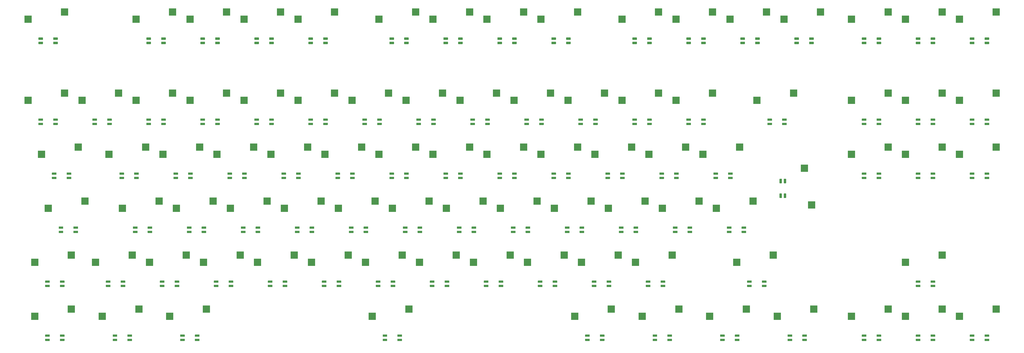
<source format=gbp>
G04 #@! TF.GenerationSoftware,KiCad,Pcbnew,(5.1.9)-1*
G04 #@! TF.CreationDate,2021-06-14T20:25:05+01:00*
G04 #@! TF.ProjectId,ENV_KB_RGB,454e565f-4b42-45f5-9247-422e6b696361,Rev.1*
G04 #@! TF.SameCoordinates,Original*
G04 #@! TF.FileFunction,Paste,Bot*
G04 #@! TF.FilePolarity,Positive*
%FSLAX46Y46*%
G04 Gerber Fmt 4.6, Leading zero omitted, Abs format (unit mm)*
G04 Created by KiCad (PCBNEW (5.1.9)-1) date 2021-06-14 20:25:05*
%MOMM*%
%LPD*%
G01*
G04 APERTURE LIST*
%ADD10R,2.500000X2.550000*%
%ADD11R,2.550000X2.500000*%
G04 APERTURE END LIST*
D10*
X316105000Y-164777000D03*
X313565000Y-151850000D03*
D11*
X381179500Y-201480000D03*
X368252500Y-204020000D03*
X362129500Y-201480000D03*
X349202500Y-204020000D03*
X343079500Y-201480000D03*
X330152500Y-204020000D03*
X316885750Y-201480000D03*
X303958750Y-204020000D03*
X293073250Y-201480000D03*
X280146250Y-204020000D03*
X269260750Y-201480000D03*
X256333750Y-204020000D03*
X245448250Y-201480000D03*
X232521250Y-204020000D03*
X174010750Y-201480000D03*
X161083750Y-204020000D03*
X102573250Y-201480000D03*
X89646250Y-204020000D03*
X78760750Y-201480000D03*
X65833750Y-204020000D03*
X54948250Y-201480000D03*
X42021250Y-204020000D03*
X362129500Y-182430000D03*
X349202500Y-184970000D03*
X302598250Y-182430000D03*
X289671250Y-184970000D03*
X266879500Y-182430000D03*
X253952500Y-184970000D03*
X247829500Y-182430000D03*
X234902500Y-184970000D03*
X228779500Y-182430000D03*
X215852500Y-184970000D03*
X209729500Y-182430000D03*
X196802500Y-184970000D03*
X190679500Y-182430000D03*
X177752500Y-184970000D03*
X171629500Y-182430000D03*
X158702500Y-184970000D03*
X152579500Y-182430000D03*
X139652500Y-184970000D03*
X133529500Y-182430000D03*
X120602500Y-184970000D03*
X114479500Y-182430000D03*
X101552500Y-184970000D03*
X95429500Y-182430000D03*
X82502500Y-184970000D03*
X76379500Y-182430000D03*
X63452500Y-184970000D03*
X54948250Y-182430000D03*
X42021250Y-184970000D03*
X295454500Y-163380000D03*
X282527500Y-165920000D03*
X276404500Y-163380000D03*
X263477500Y-165920000D03*
X257354500Y-163380000D03*
X244427500Y-165920000D03*
X238304500Y-163380000D03*
X225377500Y-165920000D03*
X219254500Y-163380000D03*
X206327500Y-165920000D03*
X200204500Y-163380000D03*
X187277500Y-165920000D03*
X181154500Y-163380000D03*
X168227500Y-165920000D03*
X162104500Y-163380000D03*
X149177500Y-165920000D03*
X143054500Y-163380000D03*
X130127500Y-165920000D03*
X124004500Y-163380000D03*
X111077500Y-165920000D03*
X104954500Y-163380000D03*
X92027500Y-165920000D03*
X85904500Y-163380000D03*
X72977500Y-165920000D03*
X59710750Y-163380000D03*
X46783750Y-165920000D03*
X381179500Y-144330000D03*
X368252500Y-146870000D03*
X362129500Y-144330000D03*
X349202500Y-146870000D03*
X343079500Y-144330000D03*
X330152500Y-146870000D03*
X290692000Y-144330000D03*
X277765000Y-146870000D03*
X271642000Y-144330000D03*
X258715000Y-146870000D03*
X252592000Y-144330000D03*
X239665000Y-146870000D03*
X233542000Y-144330000D03*
X220615000Y-146870000D03*
X214492000Y-144330000D03*
X201565000Y-146870000D03*
X195442000Y-144330000D03*
X182515000Y-146870000D03*
X176392000Y-144330000D03*
X163465000Y-146870000D03*
X157342000Y-144330000D03*
X144415000Y-146870000D03*
X138292000Y-144330000D03*
X125365000Y-146870000D03*
X119242000Y-144330000D03*
X106315000Y-146870000D03*
X100192000Y-144330000D03*
X87265000Y-146870000D03*
X81142000Y-144330000D03*
X68215000Y-146870000D03*
X57329500Y-144330000D03*
X44402500Y-146870000D03*
X381179500Y-125280000D03*
X368252500Y-127820000D03*
X362129500Y-125280000D03*
X349202500Y-127820000D03*
X343079500Y-125280000D03*
X330152500Y-127820000D03*
X309742000Y-125280000D03*
X296815000Y-127820000D03*
X281167000Y-125280000D03*
X268240000Y-127820000D03*
X262117000Y-125280000D03*
X249190000Y-127820000D03*
X243067000Y-125280000D03*
X230140000Y-127820000D03*
X224017000Y-125280000D03*
X211090000Y-127820000D03*
X204967000Y-125280000D03*
X192040000Y-127820000D03*
X185917000Y-125280000D03*
X172990000Y-127820000D03*
X166867000Y-125280000D03*
X153940000Y-127820000D03*
X147817000Y-125280000D03*
X134890000Y-127820000D03*
X128767000Y-125280000D03*
X115840000Y-127820000D03*
X109717000Y-125280000D03*
X96790000Y-127820000D03*
X90667000Y-125280000D03*
X77740000Y-127820000D03*
X71617000Y-125280000D03*
X58690000Y-127820000D03*
X52567000Y-125280000D03*
X39640000Y-127820000D03*
X381179500Y-96705000D03*
X368252500Y-99245000D03*
X362129500Y-96705000D03*
X349202500Y-99245000D03*
X343079500Y-96705000D03*
X330152500Y-99245000D03*
X319267000Y-96705000D03*
X306340000Y-99245000D03*
X300217000Y-96705000D03*
X287290000Y-99245000D03*
X281167000Y-96705000D03*
X268240000Y-99245000D03*
X262117000Y-96705000D03*
X249190000Y-99245000D03*
X233542000Y-96705000D03*
X220615000Y-99245000D03*
X214492000Y-96705000D03*
X201565000Y-99245000D03*
X195442000Y-96705000D03*
X182515000Y-99245000D03*
X176392000Y-96705000D03*
X163465000Y-99245000D03*
X147817000Y-96705000D03*
X134890000Y-99245000D03*
X128767000Y-96705000D03*
X115840000Y-99245000D03*
X109717000Y-96705000D03*
X96790000Y-99245000D03*
X90667000Y-96705000D03*
X77740000Y-99245000D03*
X52567000Y-96705000D03*
X39640000Y-99245000D03*
G36*
G01*
X373455500Y-211300000D02*
X372019500Y-211300000D01*
G75*
G02*
X371937500Y-211218000I0J82000D01*
G01*
X371937500Y-210562000D01*
G75*
G02*
X372019500Y-210480000I82000J0D01*
G01*
X373455500Y-210480000D01*
G75*
G02*
X373537500Y-210562000I0J-82000D01*
G01*
X373537500Y-211218000D01*
G75*
G02*
X373455500Y-211300000I-82000J0D01*
G01*
G37*
G36*
G01*
X373455500Y-212800000D02*
X372019500Y-212800000D01*
G75*
G02*
X371937500Y-212718000I0J82000D01*
G01*
X371937500Y-212062000D01*
G75*
G02*
X372019500Y-211980000I82000J0D01*
G01*
X373455500Y-211980000D01*
G75*
G02*
X373537500Y-212062000I0J-82000D01*
G01*
X373537500Y-212718000D01*
G75*
G02*
X373455500Y-212800000I-82000J0D01*
G01*
G37*
G36*
G01*
X378655500Y-211300000D02*
X377219500Y-211300000D01*
G75*
G02*
X377137500Y-211218000I0J82000D01*
G01*
X377137500Y-210562000D01*
G75*
G02*
X377219500Y-210480000I82000J0D01*
G01*
X378655500Y-210480000D01*
G75*
G02*
X378737500Y-210562000I0J-82000D01*
G01*
X378737500Y-211218000D01*
G75*
G02*
X378655500Y-211300000I-82000J0D01*
G01*
G37*
G36*
G01*
X378655500Y-212800000D02*
X377219500Y-212800000D01*
G75*
G02*
X377137500Y-212718000I0J82000D01*
G01*
X377137500Y-212062000D01*
G75*
G02*
X377219500Y-211980000I82000J0D01*
G01*
X378655500Y-211980000D01*
G75*
G02*
X378737500Y-212062000I0J-82000D01*
G01*
X378737500Y-212718000D01*
G75*
G02*
X378655500Y-212800000I-82000J0D01*
G01*
G37*
G36*
G01*
X354405500Y-211300000D02*
X352969500Y-211300000D01*
G75*
G02*
X352887500Y-211218000I0J82000D01*
G01*
X352887500Y-210562000D01*
G75*
G02*
X352969500Y-210480000I82000J0D01*
G01*
X354405500Y-210480000D01*
G75*
G02*
X354487500Y-210562000I0J-82000D01*
G01*
X354487500Y-211218000D01*
G75*
G02*
X354405500Y-211300000I-82000J0D01*
G01*
G37*
G36*
G01*
X354405500Y-212800000D02*
X352969500Y-212800000D01*
G75*
G02*
X352887500Y-212718000I0J82000D01*
G01*
X352887500Y-212062000D01*
G75*
G02*
X352969500Y-211980000I82000J0D01*
G01*
X354405500Y-211980000D01*
G75*
G02*
X354487500Y-212062000I0J-82000D01*
G01*
X354487500Y-212718000D01*
G75*
G02*
X354405500Y-212800000I-82000J0D01*
G01*
G37*
G36*
G01*
X359605500Y-211300000D02*
X358169500Y-211300000D01*
G75*
G02*
X358087500Y-211218000I0J82000D01*
G01*
X358087500Y-210562000D01*
G75*
G02*
X358169500Y-210480000I82000J0D01*
G01*
X359605500Y-210480000D01*
G75*
G02*
X359687500Y-210562000I0J-82000D01*
G01*
X359687500Y-211218000D01*
G75*
G02*
X359605500Y-211300000I-82000J0D01*
G01*
G37*
G36*
G01*
X359605500Y-212800000D02*
X358169500Y-212800000D01*
G75*
G02*
X358087500Y-212718000I0J82000D01*
G01*
X358087500Y-212062000D01*
G75*
G02*
X358169500Y-211980000I82000J0D01*
G01*
X359605500Y-211980000D01*
G75*
G02*
X359687500Y-212062000I0J-82000D01*
G01*
X359687500Y-212718000D01*
G75*
G02*
X359605500Y-212800000I-82000J0D01*
G01*
G37*
G36*
G01*
X335355500Y-211300000D02*
X333919500Y-211300000D01*
G75*
G02*
X333837500Y-211218000I0J82000D01*
G01*
X333837500Y-210562000D01*
G75*
G02*
X333919500Y-210480000I82000J0D01*
G01*
X335355500Y-210480000D01*
G75*
G02*
X335437500Y-210562000I0J-82000D01*
G01*
X335437500Y-211218000D01*
G75*
G02*
X335355500Y-211300000I-82000J0D01*
G01*
G37*
G36*
G01*
X335355500Y-212800000D02*
X333919500Y-212800000D01*
G75*
G02*
X333837500Y-212718000I0J82000D01*
G01*
X333837500Y-212062000D01*
G75*
G02*
X333919500Y-211980000I82000J0D01*
G01*
X335355500Y-211980000D01*
G75*
G02*
X335437500Y-212062000I0J-82000D01*
G01*
X335437500Y-212718000D01*
G75*
G02*
X335355500Y-212800000I-82000J0D01*
G01*
G37*
G36*
G01*
X340555500Y-211300000D02*
X339119500Y-211300000D01*
G75*
G02*
X339037500Y-211218000I0J82000D01*
G01*
X339037500Y-210562000D01*
G75*
G02*
X339119500Y-210480000I82000J0D01*
G01*
X340555500Y-210480000D01*
G75*
G02*
X340637500Y-210562000I0J-82000D01*
G01*
X340637500Y-211218000D01*
G75*
G02*
X340555500Y-211300000I-82000J0D01*
G01*
G37*
G36*
G01*
X340555500Y-212800000D02*
X339119500Y-212800000D01*
G75*
G02*
X339037500Y-212718000I0J82000D01*
G01*
X339037500Y-212062000D01*
G75*
G02*
X339119500Y-211980000I82000J0D01*
G01*
X340555500Y-211980000D01*
G75*
G02*
X340637500Y-212062000I0J-82000D01*
G01*
X340637500Y-212718000D01*
G75*
G02*
X340555500Y-212800000I-82000J0D01*
G01*
G37*
G36*
G01*
X309161750Y-211300000D02*
X307725750Y-211300000D01*
G75*
G02*
X307643750Y-211218000I0J82000D01*
G01*
X307643750Y-210562000D01*
G75*
G02*
X307725750Y-210480000I82000J0D01*
G01*
X309161750Y-210480000D01*
G75*
G02*
X309243750Y-210562000I0J-82000D01*
G01*
X309243750Y-211218000D01*
G75*
G02*
X309161750Y-211300000I-82000J0D01*
G01*
G37*
G36*
G01*
X309161750Y-212800000D02*
X307725750Y-212800000D01*
G75*
G02*
X307643750Y-212718000I0J82000D01*
G01*
X307643750Y-212062000D01*
G75*
G02*
X307725750Y-211980000I82000J0D01*
G01*
X309161750Y-211980000D01*
G75*
G02*
X309243750Y-212062000I0J-82000D01*
G01*
X309243750Y-212718000D01*
G75*
G02*
X309161750Y-212800000I-82000J0D01*
G01*
G37*
G36*
G01*
X314361750Y-211300000D02*
X312925750Y-211300000D01*
G75*
G02*
X312843750Y-211218000I0J82000D01*
G01*
X312843750Y-210562000D01*
G75*
G02*
X312925750Y-210480000I82000J0D01*
G01*
X314361750Y-210480000D01*
G75*
G02*
X314443750Y-210562000I0J-82000D01*
G01*
X314443750Y-211218000D01*
G75*
G02*
X314361750Y-211300000I-82000J0D01*
G01*
G37*
G36*
G01*
X314361750Y-212800000D02*
X312925750Y-212800000D01*
G75*
G02*
X312843750Y-212718000I0J82000D01*
G01*
X312843750Y-212062000D01*
G75*
G02*
X312925750Y-211980000I82000J0D01*
G01*
X314361750Y-211980000D01*
G75*
G02*
X314443750Y-212062000I0J-82000D01*
G01*
X314443750Y-212718000D01*
G75*
G02*
X314361750Y-212800000I-82000J0D01*
G01*
G37*
G36*
G01*
X285349250Y-211300000D02*
X283913250Y-211300000D01*
G75*
G02*
X283831250Y-211218000I0J82000D01*
G01*
X283831250Y-210562000D01*
G75*
G02*
X283913250Y-210480000I82000J0D01*
G01*
X285349250Y-210480000D01*
G75*
G02*
X285431250Y-210562000I0J-82000D01*
G01*
X285431250Y-211218000D01*
G75*
G02*
X285349250Y-211300000I-82000J0D01*
G01*
G37*
G36*
G01*
X285349250Y-212800000D02*
X283913250Y-212800000D01*
G75*
G02*
X283831250Y-212718000I0J82000D01*
G01*
X283831250Y-212062000D01*
G75*
G02*
X283913250Y-211980000I82000J0D01*
G01*
X285349250Y-211980000D01*
G75*
G02*
X285431250Y-212062000I0J-82000D01*
G01*
X285431250Y-212718000D01*
G75*
G02*
X285349250Y-212800000I-82000J0D01*
G01*
G37*
G36*
G01*
X290549250Y-211300000D02*
X289113250Y-211300000D01*
G75*
G02*
X289031250Y-211218000I0J82000D01*
G01*
X289031250Y-210562000D01*
G75*
G02*
X289113250Y-210480000I82000J0D01*
G01*
X290549250Y-210480000D01*
G75*
G02*
X290631250Y-210562000I0J-82000D01*
G01*
X290631250Y-211218000D01*
G75*
G02*
X290549250Y-211300000I-82000J0D01*
G01*
G37*
G36*
G01*
X290549250Y-212800000D02*
X289113250Y-212800000D01*
G75*
G02*
X289031250Y-212718000I0J82000D01*
G01*
X289031250Y-212062000D01*
G75*
G02*
X289113250Y-211980000I82000J0D01*
G01*
X290549250Y-211980000D01*
G75*
G02*
X290631250Y-212062000I0J-82000D01*
G01*
X290631250Y-212718000D01*
G75*
G02*
X290549250Y-212800000I-82000J0D01*
G01*
G37*
G36*
G01*
X261536750Y-211300000D02*
X260100750Y-211300000D01*
G75*
G02*
X260018750Y-211218000I0J82000D01*
G01*
X260018750Y-210562000D01*
G75*
G02*
X260100750Y-210480000I82000J0D01*
G01*
X261536750Y-210480000D01*
G75*
G02*
X261618750Y-210562000I0J-82000D01*
G01*
X261618750Y-211218000D01*
G75*
G02*
X261536750Y-211300000I-82000J0D01*
G01*
G37*
G36*
G01*
X261536750Y-212800000D02*
X260100750Y-212800000D01*
G75*
G02*
X260018750Y-212718000I0J82000D01*
G01*
X260018750Y-212062000D01*
G75*
G02*
X260100750Y-211980000I82000J0D01*
G01*
X261536750Y-211980000D01*
G75*
G02*
X261618750Y-212062000I0J-82000D01*
G01*
X261618750Y-212718000D01*
G75*
G02*
X261536750Y-212800000I-82000J0D01*
G01*
G37*
G36*
G01*
X266736750Y-211300000D02*
X265300750Y-211300000D01*
G75*
G02*
X265218750Y-211218000I0J82000D01*
G01*
X265218750Y-210562000D01*
G75*
G02*
X265300750Y-210480000I82000J0D01*
G01*
X266736750Y-210480000D01*
G75*
G02*
X266818750Y-210562000I0J-82000D01*
G01*
X266818750Y-211218000D01*
G75*
G02*
X266736750Y-211300000I-82000J0D01*
G01*
G37*
G36*
G01*
X266736750Y-212800000D02*
X265300750Y-212800000D01*
G75*
G02*
X265218750Y-212718000I0J82000D01*
G01*
X265218750Y-212062000D01*
G75*
G02*
X265300750Y-211980000I82000J0D01*
G01*
X266736750Y-211980000D01*
G75*
G02*
X266818750Y-212062000I0J-82000D01*
G01*
X266818750Y-212718000D01*
G75*
G02*
X266736750Y-212800000I-82000J0D01*
G01*
G37*
G36*
G01*
X237724250Y-211300000D02*
X236288250Y-211300000D01*
G75*
G02*
X236206250Y-211218000I0J82000D01*
G01*
X236206250Y-210562000D01*
G75*
G02*
X236288250Y-210480000I82000J0D01*
G01*
X237724250Y-210480000D01*
G75*
G02*
X237806250Y-210562000I0J-82000D01*
G01*
X237806250Y-211218000D01*
G75*
G02*
X237724250Y-211300000I-82000J0D01*
G01*
G37*
G36*
G01*
X237724250Y-212800000D02*
X236288250Y-212800000D01*
G75*
G02*
X236206250Y-212718000I0J82000D01*
G01*
X236206250Y-212062000D01*
G75*
G02*
X236288250Y-211980000I82000J0D01*
G01*
X237724250Y-211980000D01*
G75*
G02*
X237806250Y-212062000I0J-82000D01*
G01*
X237806250Y-212718000D01*
G75*
G02*
X237724250Y-212800000I-82000J0D01*
G01*
G37*
G36*
G01*
X242924250Y-211300000D02*
X241488250Y-211300000D01*
G75*
G02*
X241406250Y-211218000I0J82000D01*
G01*
X241406250Y-210562000D01*
G75*
G02*
X241488250Y-210480000I82000J0D01*
G01*
X242924250Y-210480000D01*
G75*
G02*
X243006250Y-210562000I0J-82000D01*
G01*
X243006250Y-211218000D01*
G75*
G02*
X242924250Y-211300000I-82000J0D01*
G01*
G37*
G36*
G01*
X242924250Y-212800000D02*
X241488250Y-212800000D01*
G75*
G02*
X241406250Y-212718000I0J82000D01*
G01*
X241406250Y-212062000D01*
G75*
G02*
X241488250Y-211980000I82000J0D01*
G01*
X242924250Y-211980000D01*
G75*
G02*
X243006250Y-212062000I0J-82000D01*
G01*
X243006250Y-212718000D01*
G75*
G02*
X242924250Y-212800000I-82000J0D01*
G01*
G37*
G36*
G01*
X166286750Y-211300000D02*
X164850750Y-211300000D01*
G75*
G02*
X164768750Y-211218000I0J82000D01*
G01*
X164768750Y-210562000D01*
G75*
G02*
X164850750Y-210480000I82000J0D01*
G01*
X166286750Y-210480000D01*
G75*
G02*
X166368750Y-210562000I0J-82000D01*
G01*
X166368750Y-211218000D01*
G75*
G02*
X166286750Y-211300000I-82000J0D01*
G01*
G37*
G36*
G01*
X166286750Y-212800000D02*
X164850750Y-212800000D01*
G75*
G02*
X164768750Y-212718000I0J82000D01*
G01*
X164768750Y-212062000D01*
G75*
G02*
X164850750Y-211980000I82000J0D01*
G01*
X166286750Y-211980000D01*
G75*
G02*
X166368750Y-212062000I0J-82000D01*
G01*
X166368750Y-212718000D01*
G75*
G02*
X166286750Y-212800000I-82000J0D01*
G01*
G37*
G36*
G01*
X171486750Y-211300000D02*
X170050750Y-211300000D01*
G75*
G02*
X169968750Y-211218000I0J82000D01*
G01*
X169968750Y-210562000D01*
G75*
G02*
X170050750Y-210480000I82000J0D01*
G01*
X171486750Y-210480000D01*
G75*
G02*
X171568750Y-210562000I0J-82000D01*
G01*
X171568750Y-211218000D01*
G75*
G02*
X171486750Y-211300000I-82000J0D01*
G01*
G37*
G36*
G01*
X171486750Y-212800000D02*
X170050750Y-212800000D01*
G75*
G02*
X169968750Y-212718000I0J82000D01*
G01*
X169968750Y-212062000D01*
G75*
G02*
X170050750Y-211980000I82000J0D01*
G01*
X171486750Y-211980000D01*
G75*
G02*
X171568750Y-212062000I0J-82000D01*
G01*
X171568750Y-212718000D01*
G75*
G02*
X171486750Y-212800000I-82000J0D01*
G01*
G37*
G36*
G01*
X94849250Y-211300000D02*
X93413250Y-211300000D01*
G75*
G02*
X93331250Y-211218000I0J82000D01*
G01*
X93331250Y-210562000D01*
G75*
G02*
X93413250Y-210480000I82000J0D01*
G01*
X94849250Y-210480000D01*
G75*
G02*
X94931250Y-210562000I0J-82000D01*
G01*
X94931250Y-211218000D01*
G75*
G02*
X94849250Y-211300000I-82000J0D01*
G01*
G37*
G36*
G01*
X94849250Y-212800000D02*
X93413250Y-212800000D01*
G75*
G02*
X93331250Y-212718000I0J82000D01*
G01*
X93331250Y-212062000D01*
G75*
G02*
X93413250Y-211980000I82000J0D01*
G01*
X94849250Y-211980000D01*
G75*
G02*
X94931250Y-212062000I0J-82000D01*
G01*
X94931250Y-212718000D01*
G75*
G02*
X94849250Y-212800000I-82000J0D01*
G01*
G37*
G36*
G01*
X100049250Y-211300000D02*
X98613250Y-211300000D01*
G75*
G02*
X98531250Y-211218000I0J82000D01*
G01*
X98531250Y-210562000D01*
G75*
G02*
X98613250Y-210480000I82000J0D01*
G01*
X100049250Y-210480000D01*
G75*
G02*
X100131250Y-210562000I0J-82000D01*
G01*
X100131250Y-211218000D01*
G75*
G02*
X100049250Y-211300000I-82000J0D01*
G01*
G37*
G36*
G01*
X100049250Y-212800000D02*
X98613250Y-212800000D01*
G75*
G02*
X98531250Y-212718000I0J82000D01*
G01*
X98531250Y-212062000D01*
G75*
G02*
X98613250Y-211980000I82000J0D01*
G01*
X100049250Y-211980000D01*
G75*
G02*
X100131250Y-212062000I0J-82000D01*
G01*
X100131250Y-212718000D01*
G75*
G02*
X100049250Y-212800000I-82000J0D01*
G01*
G37*
G36*
G01*
X71036750Y-211300000D02*
X69600750Y-211300000D01*
G75*
G02*
X69518750Y-211218000I0J82000D01*
G01*
X69518750Y-210562000D01*
G75*
G02*
X69600750Y-210480000I82000J0D01*
G01*
X71036750Y-210480000D01*
G75*
G02*
X71118750Y-210562000I0J-82000D01*
G01*
X71118750Y-211218000D01*
G75*
G02*
X71036750Y-211300000I-82000J0D01*
G01*
G37*
G36*
G01*
X71036750Y-212800000D02*
X69600750Y-212800000D01*
G75*
G02*
X69518750Y-212718000I0J82000D01*
G01*
X69518750Y-212062000D01*
G75*
G02*
X69600750Y-211980000I82000J0D01*
G01*
X71036750Y-211980000D01*
G75*
G02*
X71118750Y-212062000I0J-82000D01*
G01*
X71118750Y-212718000D01*
G75*
G02*
X71036750Y-212800000I-82000J0D01*
G01*
G37*
G36*
G01*
X76236750Y-211300000D02*
X74800750Y-211300000D01*
G75*
G02*
X74718750Y-211218000I0J82000D01*
G01*
X74718750Y-210562000D01*
G75*
G02*
X74800750Y-210480000I82000J0D01*
G01*
X76236750Y-210480000D01*
G75*
G02*
X76318750Y-210562000I0J-82000D01*
G01*
X76318750Y-211218000D01*
G75*
G02*
X76236750Y-211300000I-82000J0D01*
G01*
G37*
G36*
G01*
X76236750Y-212800000D02*
X74800750Y-212800000D01*
G75*
G02*
X74718750Y-212718000I0J82000D01*
G01*
X74718750Y-212062000D01*
G75*
G02*
X74800750Y-211980000I82000J0D01*
G01*
X76236750Y-211980000D01*
G75*
G02*
X76318750Y-212062000I0J-82000D01*
G01*
X76318750Y-212718000D01*
G75*
G02*
X76236750Y-212800000I-82000J0D01*
G01*
G37*
G36*
G01*
X47224250Y-211300000D02*
X45788250Y-211300000D01*
G75*
G02*
X45706250Y-211218000I0J82000D01*
G01*
X45706250Y-210562000D01*
G75*
G02*
X45788250Y-210480000I82000J0D01*
G01*
X47224250Y-210480000D01*
G75*
G02*
X47306250Y-210562000I0J-82000D01*
G01*
X47306250Y-211218000D01*
G75*
G02*
X47224250Y-211300000I-82000J0D01*
G01*
G37*
G36*
G01*
X47224250Y-212800000D02*
X45788250Y-212800000D01*
G75*
G02*
X45706250Y-212718000I0J82000D01*
G01*
X45706250Y-212062000D01*
G75*
G02*
X45788250Y-211980000I82000J0D01*
G01*
X47224250Y-211980000D01*
G75*
G02*
X47306250Y-212062000I0J-82000D01*
G01*
X47306250Y-212718000D01*
G75*
G02*
X47224250Y-212800000I-82000J0D01*
G01*
G37*
G36*
G01*
X52424250Y-211300000D02*
X50988250Y-211300000D01*
G75*
G02*
X50906250Y-211218000I0J82000D01*
G01*
X50906250Y-210562000D01*
G75*
G02*
X50988250Y-210480000I82000J0D01*
G01*
X52424250Y-210480000D01*
G75*
G02*
X52506250Y-210562000I0J-82000D01*
G01*
X52506250Y-211218000D01*
G75*
G02*
X52424250Y-211300000I-82000J0D01*
G01*
G37*
G36*
G01*
X52424250Y-212800000D02*
X50988250Y-212800000D01*
G75*
G02*
X50906250Y-212718000I0J82000D01*
G01*
X50906250Y-212062000D01*
G75*
G02*
X50988250Y-211980000I82000J0D01*
G01*
X52424250Y-211980000D01*
G75*
G02*
X52506250Y-212062000I0J-82000D01*
G01*
X52506250Y-212718000D01*
G75*
G02*
X52424250Y-212800000I-82000J0D01*
G01*
G37*
G36*
G01*
X354405500Y-192250000D02*
X352969500Y-192250000D01*
G75*
G02*
X352887500Y-192168000I0J82000D01*
G01*
X352887500Y-191512000D01*
G75*
G02*
X352969500Y-191430000I82000J0D01*
G01*
X354405500Y-191430000D01*
G75*
G02*
X354487500Y-191512000I0J-82000D01*
G01*
X354487500Y-192168000D01*
G75*
G02*
X354405500Y-192250000I-82000J0D01*
G01*
G37*
G36*
G01*
X354405500Y-193750000D02*
X352969500Y-193750000D01*
G75*
G02*
X352887500Y-193668000I0J82000D01*
G01*
X352887500Y-193012000D01*
G75*
G02*
X352969500Y-192930000I82000J0D01*
G01*
X354405500Y-192930000D01*
G75*
G02*
X354487500Y-193012000I0J-82000D01*
G01*
X354487500Y-193668000D01*
G75*
G02*
X354405500Y-193750000I-82000J0D01*
G01*
G37*
G36*
G01*
X359605500Y-192250000D02*
X358169500Y-192250000D01*
G75*
G02*
X358087500Y-192168000I0J82000D01*
G01*
X358087500Y-191512000D01*
G75*
G02*
X358169500Y-191430000I82000J0D01*
G01*
X359605500Y-191430000D01*
G75*
G02*
X359687500Y-191512000I0J-82000D01*
G01*
X359687500Y-192168000D01*
G75*
G02*
X359605500Y-192250000I-82000J0D01*
G01*
G37*
G36*
G01*
X359605500Y-193750000D02*
X358169500Y-193750000D01*
G75*
G02*
X358087500Y-193668000I0J82000D01*
G01*
X358087500Y-193012000D01*
G75*
G02*
X358169500Y-192930000I82000J0D01*
G01*
X359605500Y-192930000D01*
G75*
G02*
X359687500Y-193012000I0J-82000D01*
G01*
X359687500Y-193668000D01*
G75*
G02*
X359605500Y-193750000I-82000J0D01*
G01*
G37*
G36*
G01*
X294874250Y-192250000D02*
X293438250Y-192250000D01*
G75*
G02*
X293356250Y-192168000I0J82000D01*
G01*
X293356250Y-191512000D01*
G75*
G02*
X293438250Y-191430000I82000J0D01*
G01*
X294874250Y-191430000D01*
G75*
G02*
X294956250Y-191512000I0J-82000D01*
G01*
X294956250Y-192168000D01*
G75*
G02*
X294874250Y-192250000I-82000J0D01*
G01*
G37*
G36*
G01*
X294874250Y-193750000D02*
X293438250Y-193750000D01*
G75*
G02*
X293356250Y-193668000I0J82000D01*
G01*
X293356250Y-193012000D01*
G75*
G02*
X293438250Y-192930000I82000J0D01*
G01*
X294874250Y-192930000D01*
G75*
G02*
X294956250Y-193012000I0J-82000D01*
G01*
X294956250Y-193668000D01*
G75*
G02*
X294874250Y-193750000I-82000J0D01*
G01*
G37*
G36*
G01*
X300074250Y-192250000D02*
X298638250Y-192250000D01*
G75*
G02*
X298556250Y-192168000I0J82000D01*
G01*
X298556250Y-191512000D01*
G75*
G02*
X298638250Y-191430000I82000J0D01*
G01*
X300074250Y-191430000D01*
G75*
G02*
X300156250Y-191512000I0J-82000D01*
G01*
X300156250Y-192168000D01*
G75*
G02*
X300074250Y-192250000I-82000J0D01*
G01*
G37*
G36*
G01*
X300074250Y-193750000D02*
X298638250Y-193750000D01*
G75*
G02*
X298556250Y-193668000I0J82000D01*
G01*
X298556250Y-193012000D01*
G75*
G02*
X298638250Y-192930000I82000J0D01*
G01*
X300074250Y-192930000D01*
G75*
G02*
X300156250Y-193012000I0J-82000D01*
G01*
X300156250Y-193668000D01*
G75*
G02*
X300074250Y-193750000I-82000J0D01*
G01*
G37*
G36*
G01*
X259155500Y-192250000D02*
X257719500Y-192250000D01*
G75*
G02*
X257637500Y-192168000I0J82000D01*
G01*
X257637500Y-191512000D01*
G75*
G02*
X257719500Y-191430000I82000J0D01*
G01*
X259155500Y-191430000D01*
G75*
G02*
X259237500Y-191512000I0J-82000D01*
G01*
X259237500Y-192168000D01*
G75*
G02*
X259155500Y-192250000I-82000J0D01*
G01*
G37*
G36*
G01*
X259155500Y-193750000D02*
X257719500Y-193750000D01*
G75*
G02*
X257637500Y-193668000I0J82000D01*
G01*
X257637500Y-193012000D01*
G75*
G02*
X257719500Y-192930000I82000J0D01*
G01*
X259155500Y-192930000D01*
G75*
G02*
X259237500Y-193012000I0J-82000D01*
G01*
X259237500Y-193668000D01*
G75*
G02*
X259155500Y-193750000I-82000J0D01*
G01*
G37*
G36*
G01*
X264355500Y-192250000D02*
X262919500Y-192250000D01*
G75*
G02*
X262837500Y-192168000I0J82000D01*
G01*
X262837500Y-191512000D01*
G75*
G02*
X262919500Y-191430000I82000J0D01*
G01*
X264355500Y-191430000D01*
G75*
G02*
X264437500Y-191512000I0J-82000D01*
G01*
X264437500Y-192168000D01*
G75*
G02*
X264355500Y-192250000I-82000J0D01*
G01*
G37*
G36*
G01*
X264355500Y-193750000D02*
X262919500Y-193750000D01*
G75*
G02*
X262837500Y-193668000I0J82000D01*
G01*
X262837500Y-193012000D01*
G75*
G02*
X262919500Y-192930000I82000J0D01*
G01*
X264355500Y-192930000D01*
G75*
G02*
X264437500Y-193012000I0J-82000D01*
G01*
X264437500Y-193668000D01*
G75*
G02*
X264355500Y-193750000I-82000J0D01*
G01*
G37*
G36*
G01*
X240105500Y-192250000D02*
X238669500Y-192250000D01*
G75*
G02*
X238587500Y-192168000I0J82000D01*
G01*
X238587500Y-191512000D01*
G75*
G02*
X238669500Y-191430000I82000J0D01*
G01*
X240105500Y-191430000D01*
G75*
G02*
X240187500Y-191512000I0J-82000D01*
G01*
X240187500Y-192168000D01*
G75*
G02*
X240105500Y-192250000I-82000J0D01*
G01*
G37*
G36*
G01*
X240105500Y-193750000D02*
X238669500Y-193750000D01*
G75*
G02*
X238587500Y-193668000I0J82000D01*
G01*
X238587500Y-193012000D01*
G75*
G02*
X238669500Y-192930000I82000J0D01*
G01*
X240105500Y-192930000D01*
G75*
G02*
X240187500Y-193012000I0J-82000D01*
G01*
X240187500Y-193668000D01*
G75*
G02*
X240105500Y-193750000I-82000J0D01*
G01*
G37*
G36*
G01*
X245305500Y-192250000D02*
X243869500Y-192250000D01*
G75*
G02*
X243787500Y-192168000I0J82000D01*
G01*
X243787500Y-191512000D01*
G75*
G02*
X243869500Y-191430000I82000J0D01*
G01*
X245305500Y-191430000D01*
G75*
G02*
X245387500Y-191512000I0J-82000D01*
G01*
X245387500Y-192168000D01*
G75*
G02*
X245305500Y-192250000I-82000J0D01*
G01*
G37*
G36*
G01*
X245305500Y-193750000D02*
X243869500Y-193750000D01*
G75*
G02*
X243787500Y-193668000I0J82000D01*
G01*
X243787500Y-193012000D01*
G75*
G02*
X243869500Y-192930000I82000J0D01*
G01*
X245305500Y-192930000D01*
G75*
G02*
X245387500Y-193012000I0J-82000D01*
G01*
X245387500Y-193668000D01*
G75*
G02*
X245305500Y-193750000I-82000J0D01*
G01*
G37*
G36*
G01*
X221055500Y-192250000D02*
X219619500Y-192250000D01*
G75*
G02*
X219537500Y-192168000I0J82000D01*
G01*
X219537500Y-191512000D01*
G75*
G02*
X219619500Y-191430000I82000J0D01*
G01*
X221055500Y-191430000D01*
G75*
G02*
X221137500Y-191512000I0J-82000D01*
G01*
X221137500Y-192168000D01*
G75*
G02*
X221055500Y-192250000I-82000J0D01*
G01*
G37*
G36*
G01*
X221055500Y-193750000D02*
X219619500Y-193750000D01*
G75*
G02*
X219537500Y-193668000I0J82000D01*
G01*
X219537500Y-193012000D01*
G75*
G02*
X219619500Y-192930000I82000J0D01*
G01*
X221055500Y-192930000D01*
G75*
G02*
X221137500Y-193012000I0J-82000D01*
G01*
X221137500Y-193668000D01*
G75*
G02*
X221055500Y-193750000I-82000J0D01*
G01*
G37*
G36*
G01*
X226255500Y-192250000D02*
X224819500Y-192250000D01*
G75*
G02*
X224737500Y-192168000I0J82000D01*
G01*
X224737500Y-191512000D01*
G75*
G02*
X224819500Y-191430000I82000J0D01*
G01*
X226255500Y-191430000D01*
G75*
G02*
X226337500Y-191512000I0J-82000D01*
G01*
X226337500Y-192168000D01*
G75*
G02*
X226255500Y-192250000I-82000J0D01*
G01*
G37*
G36*
G01*
X226255500Y-193750000D02*
X224819500Y-193750000D01*
G75*
G02*
X224737500Y-193668000I0J82000D01*
G01*
X224737500Y-193012000D01*
G75*
G02*
X224819500Y-192930000I82000J0D01*
G01*
X226255500Y-192930000D01*
G75*
G02*
X226337500Y-193012000I0J-82000D01*
G01*
X226337500Y-193668000D01*
G75*
G02*
X226255500Y-193750000I-82000J0D01*
G01*
G37*
G36*
G01*
X202005500Y-192250000D02*
X200569500Y-192250000D01*
G75*
G02*
X200487500Y-192168000I0J82000D01*
G01*
X200487500Y-191512000D01*
G75*
G02*
X200569500Y-191430000I82000J0D01*
G01*
X202005500Y-191430000D01*
G75*
G02*
X202087500Y-191512000I0J-82000D01*
G01*
X202087500Y-192168000D01*
G75*
G02*
X202005500Y-192250000I-82000J0D01*
G01*
G37*
G36*
G01*
X202005500Y-193750000D02*
X200569500Y-193750000D01*
G75*
G02*
X200487500Y-193668000I0J82000D01*
G01*
X200487500Y-193012000D01*
G75*
G02*
X200569500Y-192930000I82000J0D01*
G01*
X202005500Y-192930000D01*
G75*
G02*
X202087500Y-193012000I0J-82000D01*
G01*
X202087500Y-193668000D01*
G75*
G02*
X202005500Y-193750000I-82000J0D01*
G01*
G37*
G36*
G01*
X207205500Y-192250000D02*
X205769500Y-192250000D01*
G75*
G02*
X205687500Y-192168000I0J82000D01*
G01*
X205687500Y-191512000D01*
G75*
G02*
X205769500Y-191430000I82000J0D01*
G01*
X207205500Y-191430000D01*
G75*
G02*
X207287500Y-191512000I0J-82000D01*
G01*
X207287500Y-192168000D01*
G75*
G02*
X207205500Y-192250000I-82000J0D01*
G01*
G37*
G36*
G01*
X207205500Y-193750000D02*
X205769500Y-193750000D01*
G75*
G02*
X205687500Y-193668000I0J82000D01*
G01*
X205687500Y-193012000D01*
G75*
G02*
X205769500Y-192930000I82000J0D01*
G01*
X207205500Y-192930000D01*
G75*
G02*
X207287500Y-193012000I0J-82000D01*
G01*
X207287500Y-193668000D01*
G75*
G02*
X207205500Y-193750000I-82000J0D01*
G01*
G37*
G36*
G01*
X182955500Y-192250000D02*
X181519500Y-192250000D01*
G75*
G02*
X181437500Y-192168000I0J82000D01*
G01*
X181437500Y-191512000D01*
G75*
G02*
X181519500Y-191430000I82000J0D01*
G01*
X182955500Y-191430000D01*
G75*
G02*
X183037500Y-191512000I0J-82000D01*
G01*
X183037500Y-192168000D01*
G75*
G02*
X182955500Y-192250000I-82000J0D01*
G01*
G37*
G36*
G01*
X182955500Y-193750000D02*
X181519500Y-193750000D01*
G75*
G02*
X181437500Y-193668000I0J82000D01*
G01*
X181437500Y-193012000D01*
G75*
G02*
X181519500Y-192930000I82000J0D01*
G01*
X182955500Y-192930000D01*
G75*
G02*
X183037500Y-193012000I0J-82000D01*
G01*
X183037500Y-193668000D01*
G75*
G02*
X182955500Y-193750000I-82000J0D01*
G01*
G37*
G36*
G01*
X188155500Y-192250000D02*
X186719500Y-192250000D01*
G75*
G02*
X186637500Y-192168000I0J82000D01*
G01*
X186637500Y-191512000D01*
G75*
G02*
X186719500Y-191430000I82000J0D01*
G01*
X188155500Y-191430000D01*
G75*
G02*
X188237500Y-191512000I0J-82000D01*
G01*
X188237500Y-192168000D01*
G75*
G02*
X188155500Y-192250000I-82000J0D01*
G01*
G37*
G36*
G01*
X188155500Y-193750000D02*
X186719500Y-193750000D01*
G75*
G02*
X186637500Y-193668000I0J82000D01*
G01*
X186637500Y-193012000D01*
G75*
G02*
X186719500Y-192930000I82000J0D01*
G01*
X188155500Y-192930000D01*
G75*
G02*
X188237500Y-193012000I0J-82000D01*
G01*
X188237500Y-193668000D01*
G75*
G02*
X188155500Y-193750000I-82000J0D01*
G01*
G37*
G36*
G01*
X163905500Y-192250000D02*
X162469500Y-192250000D01*
G75*
G02*
X162387500Y-192168000I0J82000D01*
G01*
X162387500Y-191512000D01*
G75*
G02*
X162469500Y-191430000I82000J0D01*
G01*
X163905500Y-191430000D01*
G75*
G02*
X163987500Y-191512000I0J-82000D01*
G01*
X163987500Y-192168000D01*
G75*
G02*
X163905500Y-192250000I-82000J0D01*
G01*
G37*
G36*
G01*
X163905500Y-193750000D02*
X162469500Y-193750000D01*
G75*
G02*
X162387500Y-193668000I0J82000D01*
G01*
X162387500Y-193012000D01*
G75*
G02*
X162469500Y-192930000I82000J0D01*
G01*
X163905500Y-192930000D01*
G75*
G02*
X163987500Y-193012000I0J-82000D01*
G01*
X163987500Y-193668000D01*
G75*
G02*
X163905500Y-193750000I-82000J0D01*
G01*
G37*
G36*
G01*
X169105500Y-192250000D02*
X167669500Y-192250000D01*
G75*
G02*
X167587500Y-192168000I0J82000D01*
G01*
X167587500Y-191512000D01*
G75*
G02*
X167669500Y-191430000I82000J0D01*
G01*
X169105500Y-191430000D01*
G75*
G02*
X169187500Y-191512000I0J-82000D01*
G01*
X169187500Y-192168000D01*
G75*
G02*
X169105500Y-192250000I-82000J0D01*
G01*
G37*
G36*
G01*
X169105500Y-193750000D02*
X167669500Y-193750000D01*
G75*
G02*
X167587500Y-193668000I0J82000D01*
G01*
X167587500Y-193012000D01*
G75*
G02*
X167669500Y-192930000I82000J0D01*
G01*
X169105500Y-192930000D01*
G75*
G02*
X169187500Y-193012000I0J-82000D01*
G01*
X169187500Y-193668000D01*
G75*
G02*
X169105500Y-193750000I-82000J0D01*
G01*
G37*
G36*
G01*
X144855500Y-192250000D02*
X143419500Y-192250000D01*
G75*
G02*
X143337500Y-192168000I0J82000D01*
G01*
X143337500Y-191512000D01*
G75*
G02*
X143419500Y-191430000I82000J0D01*
G01*
X144855500Y-191430000D01*
G75*
G02*
X144937500Y-191512000I0J-82000D01*
G01*
X144937500Y-192168000D01*
G75*
G02*
X144855500Y-192250000I-82000J0D01*
G01*
G37*
G36*
G01*
X144855500Y-193750000D02*
X143419500Y-193750000D01*
G75*
G02*
X143337500Y-193668000I0J82000D01*
G01*
X143337500Y-193012000D01*
G75*
G02*
X143419500Y-192930000I82000J0D01*
G01*
X144855500Y-192930000D01*
G75*
G02*
X144937500Y-193012000I0J-82000D01*
G01*
X144937500Y-193668000D01*
G75*
G02*
X144855500Y-193750000I-82000J0D01*
G01*
G37*
G36*
G01*
X150055500Y-192250000D02*
X148619500Y-192250000D01*
G75*
G02*
X148537500Y-192168000I0J82000D01*
G01*
X148537500Y-191512000D01*
G75*
G02*
X148619500Y-191430000I82000J0D01*
G01*
X150055500Y-191430000D01*
G75*
G02*
X150137500Y-191512000I0J-82000D01*
G01*
X150137500Y-192168000D01*
G75*
G02*
X150055500Y-192250000I-82000J0D01*
G01*
G37*
G36*
G01*
X150055500Y-193750000D02*
X148619500Y-193750000D01*
G75*
G02*
X148537500Y-193668000I0J82000D01*
G01*
X148537500Y-193012000D01*
G75*
G02*
X148619500Y-192930000I82000J0D01*
G01*
X150055500Y-192930000D01*
G75*
G02*
X150137500Y-193012000I0J-82000D01*
G01*
X150137500Y-193668000D01*
G75*
G02*
X150055500Y-193750000I-82000J0D01*
G01*
G37*
G36*
G01*
X125805500Y-192250000D02*
X124369500Y-192250000D01*
G75*
G02*
X124287500Y-192168000I0J82000D01*
G01*
X124287500Y-191512000D01*
G75*
G02*
X124369500Y-191430000I82000J0D01*
G01*
X125805500Y-191430000D01*
G75*
G02*
X125887500Y-191512000I0J-82000D01*
G01*
X125887500Y-192168000D01*
G75*
G02*
X125805500Y-192250000I-82000J0D01*
G01*
G37*
G36*
G01*
X125805500Y-193750000D02*
X124369500Y-193750000D01*
G75*
G02*
X124287500Y-193668000I0J82000D01*
G01*
X124287500Y-193012000D01*
G75*
G02*
X124369500Y-192930000I82000J0D01*
G01*
X125805500Y-192930000D01*
G75*
G02*
X125887500Y-193012000I0J-82000D01*
G01*
X125887500Y-193668000D01*
G75*
G02*
X125805500Y-193750000I-82000J0D01*
G01*
G37*
G36*
G01*
X131005500Y-192250000D02*
X129569500Y-192250000D01*
G75*
G02*
X129487500Y-192168000I0J82000D01*
G01*
X129487500Y-191512000D01*
G75*
G02*
X129569500Y-191430000I82000J0D01*
G01*
X131005500Y-191430000D01*
G75*
G02*
X131087500Y-191512000I0J-82000D01*
G01*
X131087500Y-192168000D01*
G75*
G02*
X131005500Y-192250000I-82000J0D01*
G01*
G37*
G36*
G01*
X131005500Y-193750000D02*
X129569500Y-193750000D01*
G75*
G02*
X129487500Y-193668000I0J82000D01*
G01*
X129487500Y-193012000D01*
G75*
G02*
X129569500Y-192930000I82000J0D01*
G01*
X131005500Y-192930000D01*
G75*
G02*
X131087500Y-193012000I0J-82000D01*
G01*
X131087500Y-193668000D01*
G75*
G02*
X131005500Y-193750000I-82000J0D01*
G01*
G37*
G36*
G01*
X106755500Y-192250000D02*
X105319500Y-192250000D01*
G75*
G02*
X105237500Y-192168000I0J82000D01*
G01*
X105237500Y-191512000D01*
G75*
G02*
X105319500Y-191430000I82000J0D01*
G01*
X106755500Y-191430000D01*
G75*
G02*
X106837500Y-191512000I0J-82000D01*
G01*
X106837500Y-192168000D01*
G75*
G02*
X106755500Y-192250000I-82000J0D01*
G01*
G37*
G36*
G01*
X106755500Y-193750000D02*
X105319500Y-193750000D01*
G75*
G02*
X105237500Y-193668000I0J82000D01*
G01*
X105237500Y-193012000D01*
G75*
G02*
X105319500Y-192930000I82000J0D01*
G01*
X106755500Y-192930000D01*
G75*
G02*
X106837500Y-193012000I0J-82000D01*
G01*
X106837500Y-193668000D01*
G75*
G02*
X106755500Y-193750000I-82000J0D01*
G01*
G37*
G36*
G01*
X111955500Y-192250000D02*
X110519500Y-192250000D01*
G75*
G02*
X110437500Y-192168000I0J82000D01*
G01*
X110437500Y-191512000D01*
G75*
G02*
X110519500Y-191430000I82000J0D01*
G01*
X111955500Y-191430000D01*
G75*
G02*
X112037500Y-191512000I0J-82000D01*
G01*
X112037500Y-192168000D01*
G75*
G02*
X111955500Y-192250000I-82000J0D01*
G01*
G37*
G36*
G01*
X111955500Y-193750000D02*
X110519500Y-193750000D01*
G75*
G02*
X110437500Y-193668000I0J82000D01*
G01*
X110437500Y-193012000D01*
G75*
G02*
X110519500Y-192930000I82000J0D01*
G01*
X111955500Y-192930000D01*
G75*
G02*
X112037500Y-193012000I0J-82000D01*
G01*
X112037500Y-193668000D01*
G75*
G02*
X111955500Y-193750000I-82000J0D01*
G01*
G37*
G36*
G01*
X87705500Y-192250000D02*
X86269500Y-192250000D01*
G75*
G02*
X86187500Y-192168000I0J82000D01*
G01*
X86187500Y-191512000D01*
G75*
G02*
X86269500Y-191430000I82000J0D01*
G01*
X87705500Y-191430000D01*
G75*
G02*
X87787500Y-191512000I0J-82000D01*
G01*
X87787500Y-192168000D01*
G75*
G02*
X87705500Y-192250000I-82000J0D01*
G01*
G37*
G36*
G01*
X87705500Y-193750000D02*
X86269500Y-193750000D01*
G75*
G02*
X86187500Y-193668000I0J82000D01*
G01*
X86187500Y-193012000D01*
G75*
G02*
X86269500Y-192930000I82000J0D01*
G01*
X87705500Y-192930000D01*
G75*
G02*
X87787500Y-193012000I0J-82000D01*
G01*
X87787500Y-193668000D01*
G75*
G02*
X87705500Y-193750000I-82000J0D01*
G01*
G37*
G36*
G01*
X92905500Y-192250000D02*
X91469500Y-192250000D01*
G75*
G02*
X91387500Y-192168000I0J82000D01*
G01*
X91387500Y-191512000D01*
G75*
G02*
X91469500Y-191430000I82000J0D01*
G01*
X92905500Y-191430000D01*
G75*
G02*
X92987500Y-191512000I0J-82000D01*
G01*
X92987500Y-192168000D01*
G75*
G02*
X92905500Y-192250000I-82000J0D01*
G01*
G37*
G36*
G01*
X92905500Y-193750000D02*
X91469500Y-193750000D01*
G75*
G02*
X91387500Y-193668000I0J82000D01*
G01*
X91387500Y-193012000D01*
G75*
G02*
X91469500Y-192930000I82000J0D01*
G01*
X92905500Y-192930000D01*
G75*
G02*
X92987500Y-193012000I0J-82000D01*
G01*
X92987500Y-193668000D01*
G75*
G02*
X92905500Y-193750000I-82000J0D01*
G01*
G37*
G36*
G01*
X68655500Y-192250000D02*
X67219500Y-192250000D01*
G75*
G02*
X67137500Y-192168000I0J82000D01*
G01*
X67137500Y-191512000D01*
G75*
G02*
X67219500Y-191430000I82000J0D01*
G01*
X68655500Y-191430000D01*
G75*
G02*
X68737500Y-191512000I0J-82000D01*
G01*
X68737500Y-192168000D01*
G75*
G02*
X68655500Y-192250000I-82000J0D01*
G01*
G37*
G36*
G01*
X68655500Y-193750000D02*
X67219500Y-193750000D01*
G75*
G02*
X67137500Y-193668000I0J82000D01*
G01*
X67137500Y-193012000D01*
G75*
G02*
X67219500Y-192930000I82000J0D01*
G01*
X68655500Y-192930000D01*
G75*
G02*
X68737500Y-193012000I0J-82000D01*
G01*
X68737500Y-193668000D01*
G75*
G02*
X68655500Y-193750000I-82000J0D01*
G01*
G37*
G36*
G01*
X73855500Y-192250000D02*
X72419500Y-192250000D01*
G75*
G02*
X72337500Y-192168000I0J82000D01*
G01*
X72337500Y-191512000D01*
G75*
G02*
X72419500Y-191430000I82000J0D01*
G01*
X73855500Y-191430000D01*
G75*
G02*
X73937500Y-191512000I0J-82000D01*
G01*
X73937500Y-192168000D01*
G75*
G02*
X73855500Y-192250000I-82000J0D01*
G01*
G37*
G36*
G01*
X73855500Y-193750000D02*
X72419500Y-193750000D01*
G75*
G02*
X72337500Y-193668000I0J82000D01*
G01*
X72337500Y-193012000D01*
G75*
G02*
X72419500Y-192930000I82000J0D01*
G01*
X73855500Y-192930000D01*
G75*
G02*
X73937500Y-193012000I0J-82000D01*
G01*
X73937500Y-193668000D01*
G75*
G02*
X73855500Y-193750000I-82000J0D01*
G01*
G37*
G36*
G01*
X47224250Y-192250000D02*
X45788250Y-192250000D01*
G75*
G02*
X45706250Y-192168000I0J82000D01*
G01*
X45706250Y-191512000D01*
G75*
G02*
X45788250Y-191430000I82000J0D01*
G01*
X47224250Y-191430000D01*
G75*
G02*
X47306250Y-191512000I0J-82000D01*
G01*
X47306250Y-192168000D01*
G75*
G02*
X47224250Y-192250000I-82000J0D01*
G01*
G37*
G36*
G01*
X47224250Y-193750000D02*
X45788250Y-193750000D01*
G75*
G02*
X45706250Y-193668000I0J82000D01*
G01*
X45706250Y-193012000D01*
G75*
G02*
X45788250Y-192930000I82000J0D01*
G01*
X47224250Y-192930000D01*
G75*
G02*
X47306250Y-193012000I0J-82000D01*
G01*
X47306250Y-193668000D01*
G75*
G02*
X47224250Y-193750000I-82000J0D01*
G01*
G37*
G36*
G01*
X52424250Y-192250000D02*
X50988250Y-192250000D01*
G75*
G02*
X50906250Y-192168000I0J82000D01*
G01*
X50906250Y-191512000D01*
G75*
G02*
X50988250Y-191430000I82000J0D01*
G01*
X52424250Y-191430000D01*
G75*
G02*
X52506250Y-191512000I0J-82000D01*
G01*
X52506250Y-192168000D01*
G75*
G02*
X52424250Y-192250000I-82000J0D01*
G01*
G37*
G36*
G01*
X52424250Y-193750000D02*
X50988250Y-193750000D01*
G75*
G02*
X50906250Y-193668000I0J82000D01*
G01*
X50906250Y-193012000D01*
G75*
G02*
X50988250Y-192930000I82000J0D01*
G01*
X52424250Y-192930000D01*
G75*
G02*
X52506250Y-193012000I0J-82000D01*
G01*
X52506250Y-193668000D01*
G75*
G02*
X52424250Y-193750000I-82000J0D01*
G01*
G37*
G36*
G01*
X287730500Y-173200000D02*
X286294500Y-173200000D01*
G75*
G02*
X286212500Y-173118000I0J82000D01*
G01*
X286212500Y-172462000D01*
G75*
G02*
X286294500Y-172380000I82000J0D01*
G01*
X287730500Y-172380000D01*
G75*
G02*
X287812500Y-172462000I0J-82000D01*
G01*
X287812500Y-173118000D01*
G75*
G02*
X287730500Y-173200000I-82000J0D01*
G01*
G37*
G36*
G01*
X287730500Y-174700000D02*
X286294500Y-174700000D01*
G75*
G02*
X286212500Y-174618000I0J82000D01*
G01*
X286212500Y-173962000D01*
G75*
G02*
X286294500Y-173880000I82000J0D01*
G01*
X287730500Y-173880000D01*
G75*
G02*
X287812500Y-173962000I0J-82000D01*
G01*
X287812500Y-174618000D01*
G75*
G02*
X287730500Y-174700000I-82000J0D01*
G01*
G37*
G36*
G01*
X292930500Y-173200000D02*
X291494500Y-173200000D01*
G75*
G02*
X291412500Y-173118000I0J82000D01*
G01*
X291412500Y-172462000D01*
G75*
G02*
X291494500Y-172380000I82000J0D01*
G01*
X292930500Y-172380000D01*
G75*
G02*
X293012500Y-172462000I0J-82000D01*
G01*
X293012500Y-173118000D01*
G75*
G02*
X292930500Y-173200000I-82000J0D01*
G01*
G37*
G36*
G01*
X292930500Y-174700000D02*
X291494500Y-174700000D01*
G75*
G02*
X291412500Y-174618000I0J82000D01*
G01*
X291412500Y-173962000D01*
G75*
G02*
X291494500Y-173880000I82000J0D01*
G01*
X292930500Y-173880000D01*
G75*
G02*
X293012500Y-173962000I0J-82000D01*
G01*
X293012500Y-174618000D01*
G75*
G02*
X292930500Y-174700000I-82000J0D01*
G01*
G37*
G36*
G01*
X268680500Y-173200000D02*
X267244500Y-173200000D01*
G75*
G02*
X267162500Y-173118000I0J82000D01*
G01*
X267162500Y-172462000D01*
G75*
G02*
X267244500Y-172380000I82000J0D01*
G01*
X268680500Y-172380000D01*
G75*
G02*
X268762500Y-172462000I0J-82000D01*
G01*
X268762500Y-173118000D01*
G75*
G02*
X268680500Y-173200000I-82000J0D01*
G01*
G37*
G36*
G01*
X268680500Y-174700000D02*
X267244500Y-174700000D01*
G75*
G02*
X267162500Y-174618000I0J82000D01*
G01*
X267162500Y-173962000D01*
G75*
G02*
X267244500Y-173880000I82000J0D01*
G01*
X268680500Y-173880000D01*
G75*
G02*
X268762500Y-173962000I0J-82000D01*
G01*
X268762500Y-174618000D01*
G75*
G02*
X268680500Y-174700000I-82000J0D01*
G01*
G37*
G36*
G01*
X273880500Y-173200000D02*
X272444500Y-173200000D01*
G75*
G02*
X272362500Y-173118000I0J82000D01*
G01*
X272362500Y-172462000D01*
G75*
G02*
X272444500Y-172380000I82000J0D01*
G01*
X273880500Y-172380000D01*
G75*
G02*
X273962500Y-172462000I0J-82000D01*
G01*
X273962500Y-173118000D01*
G75*
G02*
X273880500Y-173200000I-82000J0D01*
G01*
G37*
G36*
G01*
X273880500Y-174700000D02*
X272444500Y-174700000D01*
G75*
G02*
X272362500Y-174618000I0J82000D01*
G01*
X272362500Y-173962000D01*
G75*
G02*
X272444500Y-173880000I82000J0D01*
G01*
X273880500Y-173880000D01*
G75*
G02*
X273962500Y-173962000I0J-82000D01*
G01*
X273962500Y-174618000D01*
G75*
G02*
X273880500Y-174700000I-82000J0D01*
G01*
G37*
G36*
G01*
X249630500Y-173200000D02*
X248194500Y-173200000D01*
G75*
G02*
X248112500Y-173118000I0J82000D01*
G01*
X248112500Y-172462000D01*
G75*
G02*
X248194500Y-172380000I82000J0D01*
G01*
X249630500Y-172380000D01*
G75*
G02*
X249712500Y-172462000I0J-82000D01*
G01*
X249712500Y-173118000D01*
G75*
G02*
X249630500Y-173200000I-82000J0D01*
G01*
G37*
G36*
G01*
X249630500Y-174700000D02*
X248194500Y-174700000D01*
G75*
G02*
X248112500Y-174618000I0J82000D01*
G01*
X248112500Y-173962000D01*
G75*
G02*
X248194500Y-173880000I82000J0D01*
G01*
X249630500Y-173880000D01*
G75*
G02*
X249712500Y-173962000I0J-82000D01*
G01*
X249712500Y-174618000D01*
G75*
G02*
X249630500Y-174700000I-82000J0D01*
G01*
G37*
G36*
G01*
X254830500Y-173200000D02*
X253394500Y-173200000D01*
G75*
G02*
X253312500Y-173118000I0J82000D01*
G01*
X253312500Y-172462000D01*
G75*
G02*
X253394500Y-172380000I82000J0D01*
G01*
X254830500Y-172380000D01*
G75*
G02*
X254912500Y-172462000I0J-82000D01*
G01*
X254912500Y-173118000D01*
G75*
G02*
X254830500Y-173200000I-82000J0D01*
G01*
G37*
G36*
G01*
X254830500Y-174700000D02*
X253394500Y-174700000D01*
G75*
G02*
X253312500Y-174618000I0J82000D01*
G01*
X253312500Y-173962000D01*
G75*
G02*
X253394500Y-173880000I82000J0D01*
G01*
X254830500Y-173880000D01*
G75*
G02*
X254912500Y-173962000I0J-82000D01*
G01*
X254912500Y-174618000D01*
G75*
G02*
X254830500Y-174700000I-82000J0D01*
G01*
G37*
G36*
G01*
X230580500Y-173200000D02*
X229144500Y-173200000D01*
G75*
G02*
X229062500Y-173118000I0J82000D01*
G01*
X229062500Y-172462000D01*
G75*
G02*
X229144500Y-172380000I82000J0D01*
G01*
X230580500Y-172380000D01*
G75*
G02*
X230662500Y-172462000I0J-82000D01*
G01*
X230662500Y-173118000D01*
G75*
G02*
X230580500Y-173200000I-82000J0D01*
G01*
G37*
G36*
G01*
X230580500Y-174700000D02*
X229144500Y-174700000D01*
G75*
G02*
X229062500Y-174618000I0J82000D01*
G01*
X229062500Y-173962000D01*
G75*
G02*
X229144500Y-173880000I82000J0D01*
G01*
X230580500Y-173880000D01*
G75*
G02*
X230662500Y-173962000I0J-82000D01*
G01*
X230662500Y-174618000D01*
G75*
G02*
X230580500Y-174700000I-82000J0D01*
G01*
G37*
G36*
G01*
X235780500Y-173200000D02*
X234344500Y-173200000D01*
G75*
G02*
X234262500Y-173118000I0J82000D01*
G01*
X234262500Y-172462000D01*
G75*
G02*
X234344500Y-172380000I82000J0D01*
G01*
X235780500Y-172380000D01*
G75*
G02*
X235862500Y-172462000I0J-82000D01*
G01*
X235862500Y-173118000D01*
G75*
G02*
X235780500Y-173200000I-82000J0D01*
G01*
G37*
G36*
G01*
X235780500Y-174700000D02*
X234344500Y-174700000D01*
G75*
G02*
X234262500Y-174618000I0J82000D01*
G01*
X234262500Y-173962000D01*
G75*
G02*
X234344500Y-173880000I82000J0D01*
G01*
X235780500Y-173880000D01*
G75*
G02*
X235862500Y-173962000I0J-82000D01*
G01*
X235862500Y-174618000D01*
G75*
G02*
X235780500Y-174700000I-82000J0D01*
G01*
G37*
G36*
G01*
X211530500Y-173200000D02*
X210094500Y-173200000D01*
G75*
G02*
X210012500Y-173118000I0J82000D01*
G01*
X210012500Y-172462000D01*
G75*
G02*
X210094500Y-172380000I82000J0D01*
G01*
X211530500Y-172380000D01*
G75*
G02*
X211612500Y-172462000I0J-82000D01*
G01*
X211612500Y-173118000D01*
G75*
G02*
X211530500Y-173200000I-82000J0D01*
G01*
G37*
G36*
G01*
X211530500Y-174700000D02*
X210094500Y-174700000D01*
G75*
G02*
X210012500Y-174618000I0J82000D01*
G01*
X210012500Y-173962000D01*
G75*
G02*
X210094500Y-173880000I82000J0D01*
G01*
X211530500Y-173880000D01*
G75*
G02*
X211612500Y-173962000I0J-82000D01*
G01*
X211612500Y-174618000D01*
G75*
G02*
X211530500Y-174700000I-82000J0D01*
G01*
G37*
G36*
G01*
X216730500Y-173200000D02*
X215294500Y-173200000D01*
G75*
G02*
X215212500Y-173118000I0J82000D01*
G01*
X215212500Y-172462000D01*
G75*
G02*
X215294500Y-172380000I82000J0D01*
G01*
X216730500Y-172380000D01*
G75*
G02*
X216812500Y-172462000I0J-82000D01*
G01*
X216812500Y-173118000D01*
G75*
G02*
X216730500Y-173200000I-82000J0D01*
G01*
G37*
G36*
G01*
X216730500Y-174700000D02*
X215294500Y-174700000D01*
G75*
G02*
X215212500Y-174618000I0J82000D01*
G01*
X215212500Y-173962000D01*
G75*
G02*
X215294500Y-173880000I82000J0D01*
G01*
X216730500Y-173880000D01*
G75*
G02*
X216812500Y-173962000I0J-82000D01*
G01*
X216812500Y-174618000D01*
G75*
G02*
X216730500Y-174700000I-82000J0D01*
G01*
G37*
G36*
G01*
X192480500Y-173200000D02*
X191044500Y-173200000D01*
G75*
G02*
X190962500Y-173118000I0J82000D01*
G01*
X190962500Y-172462000D01*
G75*
G02*
X191044500Y-172380000I82000J0D01*
G01*
X192480500Y-172380000D01*
G75*
G02*
X192562500Y-172462000I0J-82000D01*
G01*
X192562500Y-173118000D01*
G75*
G02*
X192480500Y-173200000I-82000J0D01*
G01*
G37*
G36*
G01*
X192480500Y-174700000D02*
X191044500Y-174700000D01*
G75*
G02*
X190962500Y-174618000I0J82000D01*
G01*
X190962500Y-173962000D01*
G75*
G02*
X191044500Y-173880000I82000J0D01*
G01*
X192480500Y-173880000D01*
G75*
G02*
X192562500Y-173962000I0J-82000D01*
G01*
X192562500Y-174618000D01*
G75*
G02*
X192480500Y-174700000I-82000J0D01*
G01*
G37*
G36*
G01*
X197680500Y-173200000D02*
X196244500Y-173200000D01*
G75*
G02*
X196162500Y-173118000I0J82000D01*
G01*
X196162500Y-172462000D01*
G75*
G02*
X196244500Y-172380000I82000J0D01*
G01*
X197680500Y-172380000D01*
G75*
G02*
X197762500Y-172462000I0J-82000D01*
G01*
X197762500Y-173118000D01*
G75*
G02*
X197680500Y-173200000I-82000J0D01*
G01*
G37*
G36*
G01*
X197680500Y-174700000D02*
X196244500Y-174700000D01*
G75*
G02*
X196162500Y-174618000I0J82000D01*
G01*
X196162500Y-173962000D01*
G75*
G02*
X196244500Y-173880000I82000J0D01*
G01*
X197680500Y-173880000D01*
G75*
G02*
X197762500Y-173962000I0J-82000D01*
G01*
X197762500Y-174618000D01*
G75*
G02*
X197680500Y-174700000I-82000J0D01*
G01*
G37*
G36*
G01*
X173430500Y-173200000D02*
X171994500Y-173200000D01*
G75*
G02*
X171912500Y-173118000I0J82000D01*
G01*
X171912500Y-172462000D01*
G75*
G02*
X171994500Y-172380000I82000J0D01*
G01*
X173430500Y-172380000D01*
G75*
G02*
X173512500Y-172462000I0J-82000D01*
G01*
X173512500Y-173118000D01*
G75*
G02*
X173430500Y-173200000I-82000J0D01*
G01*
G37*
G36*
G01*
X173430500Y-174700000D02*
X171994500Y-174700000D01*
G75*
G02*
X171912500Y-174618000I0J82000D01*
G01*
X171912500Y-173962000D01*
G75*
G02*
X171994500Y-173880000I82000J0D01*
G01*
X173430500Y-173880000D01*
G75*
G02*
X173512500Y-173962000I0J-82000D01*
G01*
X173512500Y-174618000D01*
G75*
G02*
X173430500Y-174700000I-82000J0D01*
G01*
G37*
G36*
G01*
X178630500Y-173200000D02*
X177194500Y-173200000D01*
G75*
G02*
X177112500Y-173118000I0J82000D01*
G01*
X177112500Y-172462000D01*
G75*
G02*
X177194500Y-172380000I82000J0D01*
G01*
X178630500Y-172380000D01*
G75*
G02*
X178712500Y-172462000I0J-82000D01*
G01*
X178712500Y-173118000D01*
G75*
G02*
X178630500Y-173200000I-82000J0D01*
G01*
G37*
G36*
G01*
X178630500Y-174700000D02*
X177194500Y-174700000D01*
G75*
G02*
X177112500Y-174618000I0J82000D01*
G01*
X177112500Y-173962000D01*
G75*
G02*
X177194500Y-173880000I82000J0D01*
G01*
X178630500Y-173880000D01*
G75*
G02*
X178712500Y-173962000I0J-82000D01*
G01*
X178712500Y-174618000D01*
G75*
G02*
X178630500Y-174700000I-82000J0D01*
G01*
G37*
G36*
G01*
X154380500Y-173200000D02*
X152944500Y-173200000D01*
G75*
G02*
X152862500Y-173118000I0J82000D01*
G01*
X152862500Y-172462000D01*
G75*
G02*
X152944500Y-172380000I82000J0D01*
G01*
X154380500Y-172380000D01*
G75*
G02*
X154462500Y-172462000I0J-82000D01*
G01*
X154462500Y-173118000D01*
G75*
G02*
X154380500Y-173200000I-82000J0D01*
G01*
G37*
G36*
G01*
X154380500Y-174700000D02*
X152944500Y-174700000D01*
G75*
G02*
X152862500Y-174618000I0J82000D01*
G01*
X152862500Y-173962000D01*
G75*
G02*
X152944500Y-173880000I82000J0D01*
G01*
X154380500Y-173880000D01*
G75*
G02*
X154462500Y-173962000I0J-82000D01*
G01*
X154462500Y-174618000D01*
G75*
G02*
X154380500Y-174700000I-82000J0D01*
G01*
G37*
G36*
G01*
X159580500Y-173200000D02*
X158144500Y-173200000D01*
G75*
G02*
X158062500Y-173118000I0J82000D01*
G01*
X158062500Y-172462000D01*
G75*
G02*
X158144500Y-172380000I82000J0D01*
G01*
X159580500Y-172380000D01*
G75*
G02*
X159662500Y-172462000I0J-82000D01*
G01*
X159662500Y-173118000D01*
G75*
G02*
X159580500Y-173200000I-82000J0D01*
G01*
G37*
G36*
G01*
X159580500Y-174700000D02*
X158144500Y-174700000D01*
G75*
G02*
X158062500Y-174618000I0J82000D01*
G01*
X158062500Y-173962000D01*
G75*
G02*
X158144500Y-173880000I82000J0D01*
G01*
X159580500Y-173880000D01*
G75*
G02*
X159662500Y-173962000I0J-82000D01*
G01*
X159662500Y-174618000D01*
G75*
G02*
X159580500Y-174700000I-82000J0D01*
G01*
G37*
G36*
G01*
X135330500Y-173200000D02*
X133894500Y-173200000D01*
G75*
G02*
X133812500Y-173118000I0J82000D01*
G01*
X133812500Y-172462000D01*
G75*
G02*
X133894500Y-172380000I82000J0D01*
G01*
X135330500Y-172380000D01*
G75*
G02*
X135412500Y-172462000I0J-82000D01*
G01*
X135412500Y-173118000D01*
G75*
G02*
X135330500Y-173200000I-82000J0D01*
G01*
G37*
G36*
G01*
X135330500Y-174700000D02*
X133894500Y-174700000D01*
G75*
G02*
X133812500Y-174618000I0J82000D01*
G01*
X133812500Y-173962000D01*
G75*
G02*
X133894500Y-173880000I82000J0D01*
G01*
X135330500Y-173880000D01*
G75*
G02*
X135412500Y-173962000I0J-82000D01*
G01*
X135412500Y-174618000D01*
G75*
G02*
X135330500Y-174700000I-82000J0D01*
G01*
G37*
G36*
G01*
X140530500Y-173200000D02*
X139094500Y-173200000D01*
G75*
G02*
X139012500Y-173118000I0J82000D01*
G01*
X139012500Y-172462000D01*
G75*
G02*
X139094500Y-172380000I82000J0D01*
G01*
X140530500Y-172380000D01*
G75*
G02*
X140612500Y-172462000I0J-82000D01*
G01*
X140612500Y-173118000D01*
G75*
G02*
X140530500Y-173200000I-82000J0D01*
G01*
G37*
G36*
G01*
X140530500Y-174700000D02*
X139094500Y-174700000D01*
G75*
G02*
X139012500Y-174618000I0J82000D01*
G01*
X139012500Y-173962000D01*
G75*
G02*
X139094500Y-173880000I82000J0D01*
G01*
X140530500Y-173880000D01*
G75*
G02*
X140612500Y-173962000I0J-82000D01*
G01*
X140612500Y-174618000D01*
G75*
G02*
X140530500Y-174700000I-82000J0D01*
G01*
G37*
G36*
G01*
X116280500Y-173200000D02*
X114844500Y-173200000D01*
G75*
G02*
X114762500Y-173118000I0J82000D01*
G01*
X114762500Y-172462000D01*
G75*
G02*
X114844500Y-172380000I82000J0D01*
G01*
X116280500Y-172380000D01*
G75*
G02*
X116362500Y-172462000I0J-82000D01*
G01*
X116362500Y-173118000D01*
G75*
G02*
X116280500Y-173200000I-82000J0D01*
G01*
G37*
G36*
G01*
X116280500Y-174700000D02*
X114844500Y-174700000D01*
G75*
G02*
X114762500Y-174618000I0J82000D01*
G01*
X114762500Y-173962000D01*
G75*
G02*
X114844500Y-173880000I82000J0D01*
G01*
X116280500Y-173880000D01*
G75*
G02*
X116362500Y-173962000I0J-82000D01*
G01*
X116362500Y-174618000D01*
G75*
G02*
X116280500Y-174700000I-82000J0D01*
G01*
G37*
G36*
G01*
X121480500Y-173200000D02*
X120044500Y-173200000D01*
G75*
G02*
X119962500Y-173118000I0J82000D01*
G01*
X119962500Y-172462000D01*
G75*
G02*
X120044500Y-172380000I82000J0D01*
G01*
X121480500Y-172380000D01*
G75*
G02*
X121562500Y-172462000I0J-82000D01*
G01*
X121562500Y-173118000D01*
G75*
G02*
X121480500Y-173200000I-82000J0D01*
G01*
G37*
G36*
G01*
X121480500Y-174700000D02*
X120044500Y-174700000D01*
G75*
G02*
X119962500Y-174618000I0J82000D01*
G01*
X119962500Y-173962000D01*
G75*
G02*
X120044500Y-173880000I82000J0D01*
G01*
X121480500Y-173880000D01*
G75*
G02*
X121562500Y-173962000I0J-82000D01*
G01*
X121562500Y-174618000D01*
G75*
G02*
X121480500Y-174700000I-82000J0D01*
G01*
G37*
G36*
G01*
X97230500Y-173200000D02*
X95794500Y-173200000D01*
G75*
G02*
X95712500Y-173118000I0J82000D01*
G01*
X95712500Y-172462000D01*
G75*
G02*
X95794500Y-172380000I82000J0D01*
G01*
X97230500Y-172380000D01*
G75*
G02*
X97312500Y-172462000I0J-82000D01*
G01*
X97312500Y-173118000D01*
G75*
G02*
X97230500Y-173200000I-82000J0D01*
G01*
G37*
G36*
G01*
X97230500Y-174700000D02*
X95794500Y-174700000D01*
G75*
G02*
X95712500Y-174618000I0J82000D01*
G01*
X95712500Y-173962000D01*
G75*
G02*
X95794500Y-173880000I82000J0D01*
G01*
X97230500Y-173880000D01*
G75*
G02*
X97312500Y-173962000I0J-82000D01*
G01*
X97312500Y-174618000D01*
G75*
G02*
X97230500Y-174700000I-82000J0D01*
G01*
G37*
G36*
G01*
X102430500Y-173200000D02*
X100994500Y-173200000D01*
G75*
G02*
X100912500Y-173118000I0J82000D01*
G01*
X100912500Y-172462000D01*
G75*
G02*
X100994500Y-172380000I82000J0D01*
G01*
X102430500Y-172380000D01*
G75*
G02*
X102512500Y-172462000I0J-82000D01*
G01*
X102512500Y-173118000D01*
G75*
G02*
X102430500Y-173200000I-82000J0D01*
G01*
G37*
G36*
G01*
X102430500Y-174700000D02*
X100994500Y-174700000D01*
G75*
G02*
X100912500Y-174618000I0J82000D01*
G01*
X100912500Y-173962000D01*
G75*
G02*
X100994500Y-173880000I82000J0D01*
G01*
X102430500Y-173880000D01*
G75*
G02*
X102512500Y-173962000I0J-82000D01*
G01*
X102512500Y-174618000D01*
G75*
G02*
X102430500Y-174700000I-82000J0D01*
G01*
G37*
G36*
G01*
X78180500Y-173200000D02*
X76744500Y-173200000D01*
G75*
G02*
X76662500Y-173118000I0J82000D01*
G01*
X76662500Y-172462000D01*
G75*
G02*
X76744500Y-172380000I82000J0D01*
G01*
X78180500Y-172380000D01*
G75*
G02*
X78262500Y-172462000I0J-82000D01*
G01*
X78262500Y-173118000D01*
G75*
G02*
X78180500Y-173200000I-82000J0D01*
G01*
G37*
G36*
G01*
X78180500Y-174700000D02*
X76744500Y-174700000D01*
G75*
G02*
X76662500Y-174618000I0J82000D01*
G01*
X76662500Y-173962000D01*
G75*
G02*
X76744500Y-173880000I82000J0D01*
G01*
X78180500Y-173880000D01*
G75*
G02*
X78262500Y-173962000I0J-82000D01*
G01*
X78262500Y-174618000D01*
G75*
G02*
X78180500Y-174700000I-82000J0D01*
G01*
G37*
G36*
G01*
X83380500Y-173200000D02*
X81944500Y-173200000D01*
G75*
G02*
X81862500Y-173118000I0J82000D01*
G01*
X81862500Y-172462000D01*
G75*
G02*
X81944500Y-172380000I82000J0D01*
G01*
X83380500Y-172380000D01*
G75*
G02*
X83462500Y-172462000I0J-82000D01*
G01*
X83462500Y-173118000D01*
G75*
G02*
X83380500Y-173200000I-82000J0D01*
G01*
G37*
G36*
G01*
X83380500Y-174700000D02*
X81944500Y-174700000D01*
G75*
G02*
X81862500Y-174618000I0J82000D01*
G01*
X81862500Y-173962000D01*
G75*
G02*
X81944500Y-173880000I82000J0D01*
G01*
X83380500Y-173880000D01*
G75*
G02*
X83462500Y-173962000I0J-82000D01*
G01*
X83462500Y-174618000D01*
G75*
G02*
X83380500Y-174700000I-82000J0D01*
G01*
G37*
G36*
G01*
X51986750Y-173200000D02*
X50550750Y-173200000D01*
G75*
G02*
X50468750Y-173118000I0J82000D01*
G01*
X50468750Y-172462000D01*
G75*
G02*
X50550750Y-172380000I82000J0D01*
G01*
X51986750Y-172380000D01*
G75*
G02*
X52068750Y-172462000I0J-82000D01*
G01*
X52068750Y-173118000D01*
G75*
G02*
X51986750Y-173200000I-82000J0D01*
G01*
G37*
G36*
G01*
X51986750Y-174700000D02*
X50550750Y-174700000D01*
G75*
G02*
X50468750Y-174618000I0J82000D01*
G01*
X50468750Y-173962000D01*
G75*
G02*
X50550750Y-173880000I82000J0D01*
G01*
X51986750Y-173880000D01*
G75*
G02*
X52068750Y-173962000I0J-82000D01*
G01*
X52068750Y-174618000D01*
G75*
G02*
X51986750Y-174700000I-82000J0D01*
G01*
G37*
G36*
G01*
X57186750Y-173200000D02*
X55750750Y-173200000D01*
G75*
G02*
X55668750Y-173118000I0J82000D01*
G01*
X55668750Y-172462000D01*
G75*
G02*
X55750750Y-172380000I82000J0D01*
G01*
X57186750Y-172380000D01*
G75*
G02*
X57268750Y-172462000I0J-82000D01*
G01*
X57268750Y-173118000D01*
G75*
G02*
X57186750Y-173200000I-82000J0D01*
G01*
G37*
G36*
G01*
X57186750Y-174700000D02*
X55750750Y-174700000D01*
G75*
G02*
X55668750Y-174618000I0J82000D01*
G01*
X55668750Y-173962000D01*
G75*
G02*
X55750750Y-173880000I82000J0D01*
G01*
X57186750Y-173880000D01*
G75*
G02*
X57268750Y-173962000I0J-82000D01*
G01*
X57268750Y-174618000D01*
G75*
G02*
X57186750Y-174700000I-82000J0D01*
G01*
G37*
G36*
G01*
X373455500Y-154150000D02*
X372019500Y-154150000D01*
G75*
G02*
X371937500Y-154068000I0J82000D01*
G01*
X371937500Y-153412000D01*
G75*
G02*
X372019500Y-153330000I82000J0D01*
G01*
X373455500Y-153330000D01*
G75*
G02*
X373537500Y-153412000I0J-82000D01*
G01*
X373537500Y-154068000D01*
G75*
G02*
X373455500Y-154150000I-82000J0D01*
G01*
G37*
G36*
G01*
X373455500Y-155650000D02*
X372019500Y-155650000D01*
G75*
G02*
X371937500Y-155568000I0J82000D01*
G01*
X371937500Y-154912000D01*
G75*
G02*
X372019500Y-154830000I82000J0D01*
G01*
X373455500Y-154830000D01*
G75*
G02*
X373537500Y-154912000I0J-82000D01*
G01*
X373537500Y-155568000D01*
G75*
G02*
X373455500Y-155650000I-82000J0D01*
G01*
G37*
G36*
G01*
X378655500Y-154150000D02*
X377219500Y-154150000D01*
G75*
G02*
X377137500Y-154068000I0J82000D01*
G01*
X377137500Y-153412000D01*
G75*
G02*
X377219500Y-153330000I82000J0D01*
G01*
X378655500Y-153330000D01*
G75*
G02*
X378737500Y-153412000I0J-82000D01*
G01*
X378737500Y-154068000D01*
G75*
G02*
X378655500Y-154150000I-82000J0D01*
G01*
G37*
G36*
G01*
X378655500Y-155650000D02*
X377219500Y-155650000D01*
G75*
G02*
X377137500Y-155568000I0J82000D01*
G01*
X377137500Y-154912000D01*
G75*
G02*
X377219500Y-154830000I82000J0D01*
G01*
X378655500Y-154830000D01*
G75*
G02*
X378737500Y-154912000I0J-82000D01*
G01*
X378737500Y-155568000D01*
G75*
G02*
X378655500Y-155650000I-82000J0D01*
G01*
G37*
G36*
G01*
X354405500Y-154150000D02*
X352969500Y-154150000D01*
G75*
G02*
X352887500Y-154068000I0J82000D01*
G01*
X352887500Y-153412000D01*
G75*
G02*
X352969500Y-153330000I82000J0D01*
G01*
X354405500Y-153330000D01*
G75*
G02*
X354487500Y-153412000I0J-82000D01*
G01*
X354487500Y-154068000D01*
G75*
G02*
X354405500Y-154150000I-82000J0D01*
G01*
G37*
G36*
G01*
X354405500Y-155650000D02*
X352969500Y-155650000D01*
G75*
G02*
X352887500Y-155568000I0J82000D01*
G01*
X352887500Y-154912000D01*
G75*
G02*
X352969500Y-154830000I82000J0D01*
G01*
X354405500Y-154830000D01*
G75*
G02*
X354487500Y-154912000I0J-82000D01*
G01*
X354487500Y-155568000D01*
G75*
G02*
X354405500Y-155650000I-82000J0D01*
G01*
G37*
G36*
G01*
X359605500Y-154150000D02*
X358169500Y-154150000D01*
G75*
G02*
X358087500Y-154068000I0J82000D01*
G01*
X358087500Y-153412000D01*
G75*
G02*
X358169500Y-153330000I82000J0D01*
G01*
X359605500Y-153330000D01*
G75*
G02*
X359687500Y-153412000I0J-82000D01*
G01*
X359687500Y-154068000D01*
G75*
G02*
X359605500Y-154150000I-82000J0D01*
G01*
G37*
G36*
G01*
X359605500Y-155650000D02*
X358169500Y-155650000D01*
G75*
G02*
X358087500Y-155568000I0J82000D01*
G01*
X358087500Y-154912000D01*
G75*
G02*
X358169500Y-154830000I82000J0D01*
G01*
X359605500Y-154830000D01*
G75*
G02*
X359687500Y-154912000I0J-82000D01*
G01*
X359687500Y-155568000D01*
G75*
G02*
X359605500Y-155650000I-82000J0D01*
G01*
G37*
G36*
G01*
X335355500Y-154150000D02*
X333919500Y-154150000D01*
G75*
G02*
X333837500Y-154068000I0J82000D01*
G01*
X333837500Y-153412000D01*
G75*
G02*
X333919500Y-153330000I82000J0D01*
G01*
X335355500Y-153330000D01*
G75*
G02*
X335437500Y-153412000I0J-82000D01*
G01*
X335437500Y-154068000D01*
G75*
G02*
X335355500Y-154150000I-82000J0D01*
G01*
G37*
G36*
G01*
X335355500Y-155650000D02*
X333919500Y-155650000D01*
G75*
G02*
X333837500Y-155568000I0J82000D01*
G01*
X333837500Y-154912000D01*
G75*
G02*
X333919500Y-154830000I82000J0D01*
G01*
X335355500Y-154830000D01*
G75*
G02*
X335437500Y-154912000I0J-82000D01*
G01*
X335437500Y-155568000D01*
G75*
G02*
X335355500Y-155650000I-82000J0D01*
G01*
G37*
G36*
G01*
X340555500Y-154150000D02*
X339119500Y-154150000D01*
G75*
G02*
X339037500Y-154068000I0J82000D01*
G01*
X339037500Y-153412000D01*
G75*
G02*
X339119500Y-153330000I82000J0D01*
G01*
X340555500Y-153330000D01*
G75*
G02*
X340637500Y-153412000I0J-82000D01*
G01*
X340637500Y-154068000D01*
G75*
G02*
X340555500Y-154150000I-82000J0D01*
G01*
G37*
G36*
G01*
X340555500Y-155650000D02*
X339119500Y-155650000D01*
G75*
G02*
X339037500Y-155568000I0J82000D01*
G01*
X339037500Y-154912000D01*
G75*
G02*
X339119500Y-154830000I82000J0D01*
G01*
X340555500Y-154830000D01*
G75*
G02*
X340637500Y-154912000I0J-82000D01*
G01*
X340637500Y-155568000D01*
G75*
G02*
X340555500Y-155650000I-82000J0D01*
G01*
G37*
G36*
G01*
X282968000Y-154150000D02*
X281532000Y-154150000D01*
G75*
G02*
X281450000Y-154068000I0J82000D01*
G01*
X281450000Y-153412000D01*
G75*
G02*
X281532000Y-153330000I82000J0D01*
G01*
X282968000Y-153330000D01*
G75*
G02*
X283050000Y-153412000I0J-82000D01*
G01*
X283050000Y-154068000D01*
G75*
G02*
X282968000Y-154150000I-82000J0D01*
G01*
G37*
G36*
G01*
X282968000Y-155650000D02*
X281532000Y-155650000D01*
G75*
G02*
X281450000Y-155568000I0J82000D01*
G01*
X281450000Y-154912000D01*
G75*
G02*
X281532000Y-154830000I82000J0D01*
G01*
X282968000Y-154830000D01*
G75*
G02*
X283050000Y-154912000I0J-82000D01*
G01*
X283050000Y-155568000D01*
G75*
G02*
X282968000Y-155650000I-82000J0D01*
G01*
G37*
G36*
G01*
X288168000Y-154150000D02*
X286732000Y-154150000D01*
G75*
G02*
X286650000Y-154068000I0J82000D01*
G01*
X286650000Y-153412000D01*
G75*
G02*
X286732000Y-153330000I82000J0D01*
G01*
X288168000Y-153330000D01*
G75*
G02*
X288250000Y-153412000I0J-82000D01*
G01*
X288250000Y-154068000D01*
G75*
G02*
X288168000Y-154150000I-82000J0D01*
G01*
G37*
G36*
G01*
X288168000Y-155650000D02*
X286732000Y-155650000D01*
G75*
G02*
X286650000Y-155568000I0J82000D01*
G01*
X286650000Y-154912000D01*
G75*
G02*
X286732000Y-154830000I82000J0D01*
G01*
X288168000Y-154830000D01*
G75*
G02*
X288250000Y-154912000I0J-82000D01*
G01*
X288250000Y-155568000D01*
G75*
G02*
X288168000Y-155650000I-82000J0D01*
G01*
G37*
G36*
G01*
X263918000Y-154150000D02*
X262482000Y-154150000D01*
G75*
G02*
X262400000Y-154068000I0J82000D01*
G01*
X262400000Y-153412000D01*
G75*
G02*
X262482000Y-153330000I82000J0D01*
G01*
X263918000Y-153330000D01*
G75*
G02*
X264000000Y-153412000I0J-82000D01*
G01*
X264000000Y-154068000D01*
G75*
G02*
X263918000Y-154150000I-82000J0D01*
G01*
G37*
G36*
G01*
X263918000Y-155650000D02*
X262482000Y-155650000D01*
G75*
G02*
X262400000Y-155568000I0J82000D01*
G01*
X262400000Y-154912000D01*
G75*
G02*
X262482000Y-154830000I82000J0D01*
G01*
X263918000Y-154830000D01*
G75*
G02*
X264000000Y-154912000I0J-82000D01*
G01*
X264000000Y-155568000D01*
G75*
G02*
X263918000Y-155650000I-82000J0D01*
G01*
G37*
G36*
G01*
X269118000Y-154150000D02*
X267682000Y-154150000D01*
G75*
G02*
X267600000Y-154068000I0J82000D01*
G01*
X267600000Y-153412000D01*
G75*
G02*
X267682000Y-153330000I82000J0D01*
G01*
X269118000Y-153330000D01*
G75*
G02*
X269200000Y-153412000I0J-82000D01*
G01*
X269200000Y-154068000D01*
G75*
G02*
X269118000Y-154150000I-82000J0D01*
G01*
G37*
G36*
G01*
X269118000Y-155650000D02*
X267682000Y-155650000D01*
G75*
G02*
X267600000Y-155568000I0J82000D01*
G01*
X267600000Y-154912000D01*
G75*
G02*
X267682000Y-154830000I82000J0D01*
G01*
X269118000Y-154830000D01*
G75*
G02*
X269200000Y-154912000I0J-82000D01*
G01*
X269200000Y-155568000D01*
G75*
G02*
X269118000Y-155650000I-82000J0D01*
G01*
G37*
G36*
G01*
X244868000Y-154150000D02*
X243432000Y-154150000D01*
G75*
G02*
X243350000Y-154068000I0J82000D01*
G01*
X243350000Y-153412000D01*
G75*
G02*
X243432000Y-153330000I82000J0D01*
G01*
X244868000Y-153330000D01*
G75*
G02*
X244950000Y-153412000I0J-82000D01*
G01*
X244950000Y-154068000D01*
G75*
G02*
X244868000Y-154150000I-82000J0D01*
G01*
G37*
G36*
G01*
X244868000Y-155650000D02*
X243432000Y-155650000D01*
G75*
G02*
X243350000Y-155568000I0J82000D01*
G01*
X243350000Y-154912000D01*
G75*
G02*
X243432000Y-154830000I82000J0D01*
G01*
X244868000Y-154830000D01*
G75*
G02*
X244950000Y-154912000I0J-82000D01*
G01*
X244950000Y-155568000D01*
G75*
G02*
X244868000Y-155650000I-82000J0D01*
G01*
G37*
G36*
G01*
X250068000Y-154150000D02*
X248632000Y-154150000D01*
G75*
G02*
X248550000Y-154068000I0J82000D01*
G01*
X248550000Y-153412000D01*
G75*
G02*
X248632000Y-153330000I82000J0D01*
G01*
X250068000Y-153330000D01*
G75*
G02*
X250150000Y-153412000I0J-82000D01*
G01*
X250150000Y-154068000D01*
G75*
G02*
X250068000Y-154150000I-82000J0D01*
G01*
G37*
G36*
G01*
X250068000Y-155650000D02*
X248632000Y-155650000D01*
G75*
G02*
X248550000Y-155568000I0J82000D01*
G01*
X248550000Y-154912000D01*
G75*
G02*
X248632000Y-154830000I82000J0D01*
G01*
X250068000Y-154830000D01*
G75*
G02*
X250150000Y-154912000I0J-82000D01*
G01*
X250150000Y-155568000D01*
G75*
G02*
X250068000Y-155650000I-82000J0D01*
G01*
G37*
G36*
G01*
X225818000Y-154150000D02*
X224382000Y-154150000D01*
G75*
G02*
X224300000Y-154068000I0J82000D01*
G01*
X224300000Y-153412000D01*
G75*
G02*
X224382000Y-153330000I82000J0D01*
G01*
X225818000Y-153330000D01*
G75*
G02*
X225900000Y-153412000I0J-82000D01*
G01*
X225900000Y-154068000D01*
G75*
G02*
X225818000Y-154150000I-82000J0D01*
G01*
G37*
G36*
G01*
X225818000Y-155650000D02*
X224382000Y-155650000D01*
G75*
G02*
X224300000Y-155568000I0J82000D01*
G01*
X224300000Y-154912000D01*
G75*
G02*
X224382000Y-154830000I82000J0D01*
G01*
X225818000Y-154830000D01*
G75*
G02*
X225900000Y-154912000I0J-82000D01*
G01*
X225900000Y-155568000D01*
G75*
G02*
X225818000Y-155650000I-82000J0D01*
G01*
G37*
G36*
G01*
X231018000Y-154150000D02*
X229582000Y-154150000D01*
G75*
G02*
X229500000Y-154068000I0J82000D01*
G01*
X229500000Y-153412000D01*
G75*
G02*
X229582000Y-153330000I82000J0D01*
G01*
X231018000Y-153330000D01*
G75*
G02*
X231100000Y-153412000I0J-82000D01*
G01*
X231100000Y-154068000D01*
G75*
G02*
X231018000Y-154150000I-82000J0D01*
G01*
G37*
G36*
G01*
X231018000Y-155650000D02*
X229582000Y-155650000D01*
G75*
G02*
X229500000Y-155568000I0J82000D01*
G01*
X229500000Y-154912000D01*
G75*
G02*
X229582000Y-154830000I82000J0D01*
G01*
X231018000Y-154830000D01*
G75*
G02*
X231100000Y-154912000I0J-82000D01*
G01*
X231100000Y-155568000D01*
G75*
G02*
X231018000Y-155650000I-82000J0D01*
G01*
G37*
G36*
G01*
X206768000Y-154150000D02*
X205332000Y-154150000D01*
G75*
G02*
X205250000Y-154068000I0J82000D01*
G01*
X205250000Y-153412000D01*
G75*
G02*
X205332000Y-153330000I82000J0D01*
G01*
X206768000Y-153330000D01*
G75*
G02*
X206850000Y-153412000I0J-82000D01*
G01*
X206850000Y-154068000D01*
G75*
G02*
X206768000Y-154150000I-82000J0D01*
G01*
G37*
G36*
G01*
X206768000Y-155650000D02*
X205332000Y-155650000D01*
G75*
G02*
X205250000Y-155568000I0J82000D01*
G01*
X205250000Y-154912000D01*
G75*
G02*
X205332000Y-154830000I82000J0D01*
G01*
X206768000Y-154830000D01*
G75*
G02*
X206850000Y-154912000I0J-82000D01*
G01*
X206850000Y-155568000D01*
G75*
G02*
X206768000Y-155650000I-82000J0D01*
G01*
G37*
G36*
G01*
X211968000Y-154150000D02*
X210532000Y-154150000D01*
G75*
G02*
X210450000Y-154068000I0J82000D01*
G01*
X210450000Y-153412000D01*
G75*
G02*
X210532000Y-153330000I82000J0D01*
G01*
X211968000Y-153330000D01*
G75*
G02*
X212050000Y-153412000I0J-82000D01*
G01*
X212050000Y-154068000D01*
G75*
G02*
X211968000Y-154150000I-82000J0D01*
G01*
G37*
G36*
G01*
X211968000Y-155650000D02*
X210532000Y-155650000D01*
G75*
G02*
X210450000Y-155568000I0J82000D01*
G01*
X210450000Y-154912000D01*
G75*
G02*
X210532000Y-154830000I82000J0D01*
G01*
X211968000Y-154830000D01*
G75*
G02*
X212050000Y-154912000I0J-82000D01*
G01*
X212050000Y-155568000D01*
G75*
G02*
X211968000Y-155650000I-82000J0D01*
G01*
G37*
G36*
G01*
X187718000Y-154150000D02*
X186282000Y-154150000D01*
G75*
G02*
X186200000Y-154068000I0J82000D01*
G01*
X186200000Y-153412000D01*
G75*
G02*
X186282000Y-153330000I82000J0D01*
G01*
X187718000Y-153330000D01*
G75*
G02*
X187800000Y-153412000I0J-82000D01*
G01*
X187800000Y-154068000D01*
G75*
G02*
X187718000Y-154150000I-82000J0D01*
G01*
G37*
G36*
G01*
X187718000Y-155650000D02*
X186282000Y-155650000D01*
G75*
G02*
X186200000Y-155568000I0J82000D01*
G01*
X186200000Y-154912000D01*
G75*
G02*
X186282000Y-154830000I82000J0D01*
G01*
X187718000Y-154830000D01*
G75*
G02*
X187800000Y-154912000I0J-82000D01*
G01*
X187800000Y-155568000D01*
G75*
G02*
X187718000Y-155650000I-82000J0D01*
G01*
G37*
G36*
G01*
X192918000Y-154150000D02*
X191482000Y-154150000D01*
G75*
G02*
X191400000Y-154068000I0J82000D01*
G01*
X191400000Y-153412000D01*
G75*
G02*
X191482000Y-153330000I82000J0D01*
G01*
X192918000Y-153330000D01*
G75*
G02*
X193000000Y-153412000I0J-82000D01*
G01*
X193000000Y-154068000D01*
G75*
G02*
X192918000Y-154150000I-82000J0D01*
G01*
G37*
G36*
G01*
X192918000Y-155650000D02*
X191482000Y-155650000D01*
G75*
G02*
X191400000Y-155568000I0J82000D01*
G01*
X191400000Y-154912000D01*
G75*
G02*
X191482000Y-154830000I82000J0D01*
G01*
X192918000Y-154830000D01*
G75*
G02*
X193000000Y-154912000I0J-82000D01*
G01*
X193000000Y-155568000D01*
G75*
G02*
X192918000Y-155650000I-82000J0D01*
G01*
G37*
G36*
G01*
X168668000Y-154150000D02*
X167232000Y-154150000D01*
G75*
G02*
X167150000Y-154068000I0J82000D01*
G01*
X167150000Y-153412000D01*
G75*
G02*
X167232000Y-153330000I82000J0D01*
G01*
X168668000Y-153330000D01*
G75*
G02*
X168750000Y-153412000I0J-82000D01*
G01*
X168750000Y-154068000D01*
G75*
G02*
X168668000Y-154150000I-82000J0D01*
G01*
G37*
G36*
G01*
X168668000Y-155650000D02*
X167232000Y-155650000D01*
G75*
G02*
X167150000Y-155568000I0J82000D01*
G01*
X167150000Y-154912000D01*
G75*
G02*
X167232000Y-154830000I82000J0D01*
G01*
X168668000Y-154830000D01*
G75*
G02*
X168750000Y-154912000I0J-82000D01*
G01*
X168750000Y-155568000D01*
G75*
G02*
X168668000Y-155650000I-82000J0D01*
G01*
G37*
G36*
G01*
X173868000Y-154150000D02*
X172432000Y-154150000D01*
G75*
G02*
X172350000Y-154068000I0J82000D01*
G01*
X172350000Y-153412000D01*
G75*
G02*
X172432000Y-153330000I82000J0D01*
G01*
X173868000Y-153330000D01*
G75*
G02*
X173950000Y-153412000I0J-82000D01*
G01*
X173950000Y-154068000D01*
G75*
G02*
X173868000Y-154150000I-82000J0D01*
G01*
G37*
G36*
G01*
X173868000Y-155650000D02*
X172432000Y-155650000D01*
G75*
G02*
X172350000Y-155568000I0J82000D01*
G01*
X172350000Y-154912000D01*
G75*
G02*
X172432000Y-154830000I82000J0D01*
G01*
X173868000Y-154830000D01*
G75*
G02*
X173950000Y-154912000I0J-82000D01*
G01*
X173950000Y-155568000D01*
G75*
G02*
X173868000Y-155650000I-82000J0D01*
G01*
G37*
G36*
G01*
X149618000Y-154150000D02*
X148182000Y-154150000D01*
G75*
G02*
X148100000Y-154068000I0J82000D01*
G01*
X148100000Y-153412000D01*
G75*
G02*
X148182000Y-153330000I82000J0D01*
G01*
X149618000Y-153330000D01*
G75*
G02*
X149700000Y-153412000I0J-82000D01*
G01*
X149700000Y-154068000D01*
G75*
G02*
X149618000Y-154150000I-82000J0D01*
G01*
G37*
G36*
G01*
X149618000Y-155650000D02*
X148182000Y-155650000D01*
G75*
G02*
X148100000Y-155568000I0J82000D01*
G01*
X148100000Y-154912000D01*
G75*
G02*
X148182000Y-154830000I82000J0D01*
G01*
X149618000Y-154830000D01*
G75*
G02*
X149700000Y-154912000I0J-82000D01*
G01*
X149700000Y-155568000D01*
G75*
G02*
X149618000Y-155650000I-82000J0D01*
G01*
G37*
G36*
G01*
X154818000Y-154150000D02*
X153382000Y-154150000D01*
G75*
G02*
X153300000Y-154068000I0J82000D01*
G01*
X153300000Y-153412000D01*
G75*
G02*
X153382000Y-153330000I82000J0D01*
G01*
X154818000Y-153330000D01*
G75*
G02*
X154900000Y-153412000I0J-82000D01*
G01*
X154900000Y-154068000D01*
G75*
G02*
X154818000Y-154150000I-82000J0D01*
G01*
G37*
G36*
G01*
X154818000Y-155650000D02*
X153382000Y-155650000D01*
G75*
G02*
X153300000Y-155568000I0J82000D01*
G01*
X153300000Y-154912000D01*
G75*
G02*
X153382000Y-154830000I82000J0D01*
G01*
X154818000Y-154830000D01*
G75*
G02*
X154900000Y-154912000I0J-82000D01*
G01*
X154900000Y-155568000D01*
G75*
G02*
X154818000Y-155650000I-82000J0D01*
G01*
G37*
G36*
G01*
X130568000Y-154150000D02*
X129132000Y-154150000D01*
G75*
G02*
X129050000Y-154068000I0J82000D01*
G01*
X129050000Y-153412000D01*
G75*
G02*
X129132000Y-153330000I82000J0D01*
G01*
X130568000Y-153330000D01*
G75*
G02*
X130650000Y-153412000I0J-82000D01*
G01*
X130650000Y-154068000D01*
G75*
G02*
X130568000Y-154150000I-82000J0D01*
G01*
G37*
G36*
G01*
X130568000Y-155650000D02*
X129132000Y-155650000D01*
G75*
G02*
X129050000Y-155568000I0J82000D01*
G01*
X129050000Y-154912000D01*
G75*
G02*
X129132000Y-154830000I82000J0D01*
G01*
X130568000Y-154830000D01*
G75*
G02*
X130650000Y-154912000I0J-82000D01*
G01*
X130650000Y-155568000D01*
G75*
G02*
X130568000Y-155650000I-82000J0D01*
G01*
G37*
G36*
G01*
X135768000Y-154150000D02*
X134332000Y-154150000D01*
G75*
G02*
X134250000Y-154068000I0J82000D01*
G01*
X134250000Y-153412000D01*
G75*
G02*
X134332000Y-153330000I82000J0D01*
G01*
X135768000Y-153330000D01*
G75*
G02*
X135850000Y-153412000I0J-82000D01*
G01*
X135850000Y-154068000D01*
G75*
G02*
X135768000Y-154150000I-82000J0D01*
G01*
G37*
G36*
G01*
X135768000Y-155650000D02*
X134332000Y-155650000D01*
G75*
G02*
X134250000Y-155568000I0J82000D01*
G01*
X134250000Y-154912000D01*
G75*
G02*
X134332000Y-154830000I82000J0D01*
G01*
X135768000Y-154830000D01*
G75*
G02*
X135850000Y-154912000I0J-82000D01*
G01*
X135850000Y-155568000D01*
G75*
G02*
X135768000Y-155650000I-82000J0D01*
G01*
G37*
G36*
G01*
X111518000Y-154150000D02*
X110082000Y-154150000D01*
G75*
G02*
X110000000Y-154068000I0J82000D01*
G01*
X110000000Y-153412000D01*
G75*
G02*
X110082000Y-153330000I82000J0D01*
G01*
X111518000Y-153330000D01*
G75*
G02*
X111600000Y-153412000I0J-82000D01*
G01*
X111600000Y-154068000D01*
G75*
G02*
X111518000Y-154150000I-82000J0D01*
G01*
G37*
G36*
G01*
X111518000Y-155650000D02*
X110082000Y-155650000D01*
G75*
G02*
X110000000Y-155568000I0J82000D01*
G01*
X110000000Y-154912000D01*
G75*
G02*
X110082000Y-154830000I82000J0D01*
G01*
X111518000Y-154830000D01*
G75*
G02*
X111600000Y-154912000I0J-82000D01*
G01*
X111600000Y-155568000D01*
G75*
G02*
X111518000Y-155650000I-82000J0D01*
G01*
G37*
G36*
G01*
X116718000Y-154150000D02*
X115282000Y-154150000D01*
G75*
G02*
X115200000Y-154068000I0J82000D01*
G01*
X115200000Y-153412000D01*
G75*
G02*
X115282000Y-153330000I82000J0D01*
G01*
X116718000Y-153330000D01*
G75*
G02*
X116800000Y-153412000I0J-82000D01*
G01*
X116800000Y-154068000D01*
G75*
G02*
X116718000Y-154150000I-82000J0D01*
G01*
G37*
G36*
G01*
X116718000Y-155650000D02*
X115282000Y-155650000D01*
G75*
G02*
X115200000Y-155568000I0J82000D01*
G01*
X115200000Y-154912000D01*
G75*
G02*
X115282000Y-154830000I82000J0D01*
G01*
X116718000Y-154830000D01*
G75*
G02*
X116800000Y-154912000I0J-82000D01*
G01*
X116800000Y-155568000D01*
G75*
G02*
X116718000Y-155650000I-82000J0D01*
G01*
G37*
G36*
G01*
X92468000Y-154150000D02*
X91032000Y-154150000D01*
G75*
G02*
X90950000Y-154068000I0J82000D01*
G01*
X90950000Y-153412000D01*
G75*
G02*
X91032000Y-153330000I82000J0D01*
G01*
X92468000Y-153330000D01*
G75*
G02*
X92550000Y-153412000I0J-82000D01*
G01*
X92550000Y-154068000D01*
G75*
G02*
X92468000Y-154150000I-82000J0D01*
G01*
G37*
G36*
G01*
X92468000Y-155650000D02*
X91032000Y-155650000D01*
G75*
G02*
X90950000Y-155568000I0J82000D01*
G01*
X90950000Y-154912000D01*
G75*
G02*
X91032000Y-154830000I82000J0D01*
G01*
X92468000Y-154830000D01*
G75*
G02*
X92550000Y-154912000I0J-82000D01*
G01*
X92550000Y-155568000D01*
G75*
G02*
X92468000Y-155650000I-82000J0D01*
G01*
G37*
G36*
G01*
X97668000Y-154150000D02*
X96232000Y-154150000D01*
G75*
G02*
X96150000Y-154068000I0J82000D01*
G01*
X96150000Y-153412000D01*
G75*
G02*
X96232000Y-153330000I82000J0D01*
G01*
X97668000Y-153330000D01*
G75*
G02*
X97750000Y-153412000I0J-82000D01*
G01*
X97750000Y-154068000D01*
G75*
G02*
X97668000Y-154150000I-82000J0D01*
G01*
G37*
G36*
G01*
X97668000Y-155650000D02*
X96232000Y-155650000D01*
G75*
G02*
X96150000Y-155568000I0J82000D01*
G01*
X96150000Y-154912000D01*
G75*
G02*
X96232000Y-154830000I82000J0D01*
G01*
X97668000Y-154830000D01*
G75*
G02*
X97750000Y-154912000I0J-82000D01*
G01*
X97750000Y-155568000D01*
G75*
G02*
X97668000Y-155650000I-82000J0D01*
G01*
G37*
G36*
G01*
X73418000Y-154150000D02*
X71982000Y-154150000D01*
G75*
G02*
X71900000Y-154068000I0J82000D01*
G01*
X71900000Y-153412000D01*
G75*
G02*
X71982000Y-153330000I82000J0D01*
G01*
X73418000Y-153330000D01*
G75*
G02*
X73500000Y-153412000I0J-82000D01*
G01*
X73500000Y-154068000D01*
G75*
G02*
X73418000Y-154150000I-82000J0D01*
G01*
G37*
G36*
G01*
X73418000Y-155650000D02*
X71982000Y-155650000D01*
G75*
G02*
X71900000Y-155568000I0J82000D01*
G01*
X71900000Y-154912000D01*
G75*
G02*
X71982000Y-154830000I82000J0D01*
G01*
X73418000Y-154830000D01*
G75*
G02*
X73500000Y-154912000I0J-82000D01*
G01*
X73500000Y-155568000D01*
G75*
G02*
X73418000Y-155650000I-82000J0D01*
G01*
G37*
G36*
G01*
X78618000Y-154150000D02*
X77182000Y-154150000D01*
G75*
G02*
X77100000Y-154068000I0J82000D01*
G01*
X77100000Y-153412000D01*
G75*
G02*
X77182000Y-153330000I82000J0D01*
G01*
X78618000Y-153330000D01*
G75*
G02*
X78700000Y-153412000I0J-82000D01*
G01*
X78700000Y-154068000D01*
G75*
G02*
X78618000Y-154150000I-82000J0D01*
G01*
G37*
G36*
G01*
X78618000Y-155650000D02*
X77182000Y-155650000D01*
G75*
G02*
X77100000Y-155568000I0J82000D01*
G01*
X77100000Y-154912000D01*
G75*
G02*
X77182000Y-154830000I82000J0D01*
G01*
X78618000Y-154830000D01*
G75*
G02*
X78700000Y-154912000I0J-82000D01*
G01*
X78700000Y-155568000D01*
G75*
G02*
X78618000Y-155650000I-82000J0D01*
G01*
G37*
G36*
G01*
X49605500Y-154150000D02*
X48169500Y-154150000D01*
G75*
G02*
X48087500Y-154068000I0J82000D01*
G01*
X48087500Y-153412000D01*
G75*
G02*
X48169500Y-153330000I82000J0D01*
G01*
X49605500Y-153330000D01*
G75*
G02*
X49687500Y-153412000I0J-82000D01*
G01*
X49687500Y-154068000D01*
G75*
G02*
X49605500Y-154150000I-82000J0D01*
G01*
G37*
G36*
G01*
X49605500Y-155650000D02*
X48169500Y-155650000D01*
G75*
G02*
X48087500Y-155568000I0J82000D01*
G01*
X48087500Y-154912000D01*
G75*
G02*
X48169500Y-154830000I82000J0D01*
G01*
X49605500Y-154830000D01*
G75*
G02*
X49687500Y-154912000I0J-82000D01*
G01*
X49687500Y-155568000D01*
G75*
G02*
X49605500Y-155650000I-82000J0D01*
G01*
G37*
G36*
G01*
X54805500Y-154150000D02*
X53369500Y-154150000D01*
G75*
G02*
X53287500Y-154068000I0J82000D01*
G01*
X53287500Y-153412000D01*
G75*
G02*
X53369500Y-153330000I82000J0D01*
G01*
X54805500Y-153330000D01*
G75*
G02*
X54887500Y-153412000I0J-82000D01*
G01*
X54887500Y-154068000D01*
G75*
G02*
X54805500Y-154150000I-82000J0D01*
G01*
G37*
G36*
G01*
X54805500Y-155650000D02*
X53369500Y-155650000D01*
G75*
G02*
X53287500Y-155568000I0J82000D01*
G01*
X53287500Y-154912000D01*
G75*
G02*
X53369500Y-154830000I82000J0D01*
G01*
X54805500Y-154830000D01*
G75*
G02*
X54887500Y-154912000I0J-82000D01*
G01*
X54887500Y-155568000D01*
G75*
G02*
X54805500Y-155650000I-82000J0D01*
G01*
G37*
G36*
G01*
X373455500Y-135100000D02*
X372019500Y-135100000D01*
G75*
G02*
X371937500Y-135018000I0J82000D01*
G01*
X371937500Y-134362000D01*
G75*
G02*
X372019500Y-134280000I82000J0D01*
G01*
X373455500Y-134280000D01*
G75*
G02*
X373537500Y-134362000I0J-82000D01*
G01*
X373537500Y-135018000D01*
G75*
G02*
X373455500Y-135100000I-82000J0D01*
G01*
G37*
G36*
G01*
X373455500Y-136600000D02*
X372019500Y-136600000D01*
G75*
G02*
X371937500Y-136518000I0J82000D01*
G01*
X371937500Y-135862000D01*
G75*
G02*
X372019500Y-135780000I82000J0D01*
G01*
X373455500Y-135780000D01*
G75*
G02*
X373537500Y-135862000I0J-82000D01*
G01*
X373537500Y-136518000D01*
G75*
G02*
X373455500Y-136600000I-82000J0D01*
G01*
G37*
G36*
G01*
X378655500Y-135100000D02*
X377219500Y-135100000D01*
G75*
G02*
X377137500Y-135018000I0J82000D01*
G01*
X377137500Y-134362000D01*
G75*
G02*
X377219500Y-134280000I82000J0D01*
G01*
X378655500Y-134280000D01*
G75*
G02*
X378737500Y-134362000I0J-82000D01*
G01*
X378737500Y-135018000D01*
G75*
G02*
X378655500Y-135100000I-82000J0D01*
G01*
G37*
G36*
G01*
X378655500Y-136600000D02*
X377219500Y-136600000D01*
G75*
G02*
X377137500Y-136518000I0J82000D01*
G01*
X377137500Y-135862000D01*
G75*
G02*
X377219500Y-135780000I82000J0D01*
G01*
X378655500Y-135780000D01*
G75*
G02*
X378737500Y-135862000I0J-82000D01*
G01*
X378737500Y-136518000D01*
G75*
G02*
X378655500Y-136600000I-82000J0D01*
G01*
G37*
G36*
G01*
X354405500Y-135100000D02*
X352969500Y-135100000D01*
G75*
G02*
X352887500Y-135018000I0J82000D01*
G01*
X352887500Y-134362000D01*
G75*
G02*
X352969500Y-134280000I82000J0D01*
G01*
X354405500Y-134280000D01*
G75*
G02*
X354487500Y-134362000I0J-82000D01*
G01*
X354487500Y-135018000D01*
G75*
G02*
X354405500Y-135100000I-82000J0D01*
G01*
G37*
G36*
G01*
X354405500Y-136600000D02*
X352969500Y-136600000D01*
G75*
G02*
X352887500Y-136518000I0J82000D01*
G01*
X352887500Y-135862000D01*
G75*
G02*
X352969500Y-135780000I82000J0D01*
G01*
X354405500Y-135780000D01*
G75*
G02*
X354487500Y-135862000I0J-82000D01*
G01*
X354487500Y-136518000D01*
G75*
G02*
X354405500Y-136600000I-82000J0D01*
G01*
G37*
G36*
G01*
X359605500Y-135100000D02*
X358169500Y-135100000D01*
G75*
G02*
X358087500Y-135018000I0J82000D01*
G01*
X358087500Y-134362000D01*
G75*
G02*
X358169500Y-134280000I82000J0D01*
G01*
X359605500Y-134280000D01*
G75*
G02*
X359687500Y-134362000I0J-82000D01*
G01*
X359687500Y-135018000D01*
G75*
G02*
X359605500Y-135100000I-82000J0D01*
G01*
G37*
G36*
G01*
X359605500Y-136600000D02*
X358169500Y-136600000D01*
G75*
G02*
X358087500Y-136518000I0J82000D01*
G01*
X358087500Y-135862000D01*
G75*
G02*
X358169500Y-135780000I82000J0D01*
G01*
X359605500Y-135780000D01*
G75*
G02*
X359687500Y-135862000I0J-82000D01*
G01*
X359687500Y-136518000D01*
G75*
G02*
X359605500Y-136600000I-82000J0D01*
G01*
G37*
G36*
G01*
X335355500Y-135100000D02*
X333919500Y-135100000D01*
G75*
G02*
X333837500Y-135018000I0J82000D01*
G01*
X333837500Y-134362000D01*
G75*
G02*
X333919500Y-134280000I82000J0D01*
G01*
X335355500Y-134280000D01*
G75*
G02*
X335437500Y-134362000I0J-82000D01*
G01*
X335437500Y-135018000D01*
G75*
G02*
X335355500Y-135100000I-82000J0D01*
G01*
G37*
G36*
G01*
X335355500Y-136600000D02*
X333919500Y-136600000D01*
G75*
G02*
X333837500Y-136518000I0J82000D01*
G01*
X333837500Y-135862000D01*
G75*
G02*
X333919500Y-135780000I82000J0D01*
G01*
X335355500Y-135780000D01*
G75*
G02*
X335437500Y-135862000I0J-82000D01*
G01*
X335437500Y-136518000D01*
G75*
G02*
X335355500Y-136600000I-82000J0D01*
G01*
G37*
G36*
G01*
X340555500Y-135100000D02*
X339119500Y-135100000D01*
G75*
G02*
X339037500Y-135018000I0J82000D01*
G01*
X339037500Y-134362000D01*
G75*
G02*
X339119500Y-134280000I82000J0D01*
G01*
X340555500Y-134280000D01*
G75*
G02*
X340637500Y-134362000I0J-82000D01*
G01*
X340637500Y-135018000D01*
G75*
G02*
X340555500Y-135100000I-82000J0D01*
G01*
G37*
G36*
G01*
X340555500Y-136600000D02*
X339119500Y-136600000D01*
G75*
G02*
X339037500Y-136518000I0J82000D01*
G01*
X339037500Y-135862000D01*
G75*
G02*
X339119500Y-135780000I82000J0D01*
G01*
X340555500Y-135780000D01*
G75*
G02*
X340637500Y-135862000I0J-82000D01*
G01*
X340637500Y-136518000D01*
G75*
G02*
X340555500Y-136600000I-82000J0D01*
G01*
G37*
G36*
G01*
X302018000Y-135100000D02*
X300582000Y-135100000D01*
G75*
G02*
X300500000Y-135018000I0J82000D01*
G01*
X300500000Y-134362000D01*
G75*
G02*
X300582000Y-134280000I82000J0D01*
G01*
X302018000Y-134280000D01*
G75*
G02*
X302100000Y-134362000I0J-82000D01*
G01*
X302100000Y-135018000D01*
G75*
G02*
X302018000Y-135100000I-82000J0D01*
G01*
G37*
G36*
G01*
X302018000Y-136600000D02*
X300582000Y-136600000D01*
G75*
G02*
X300500000Y-136518000I0J82000D01*
G01*
X300500000Y-135862000D01*
G75*
G02*
X300582000Y-135780000I82000J0D01*
G01*
X302018000Y-135780000D01*
G75*
G02*
X302100000Y-135862000I0J-82000D01*
G01*
X302100000Y-136518000D01*
G75*
G02*
X302018000Y-136600000I-82000J0D01*
G01*
G37*
G36*
G01*
X307218000Y-135100000D02*
X305782000Y-135100000D01*
G75*
G02*
X305700000Y-135018000I0J82000D01*
G01*
X305700000Y-134362000D01*
G75*
G02*
X305782000Y-134280000I82000J0D01*
G01*
X307218000Y-134280000D01*
G75*
G02*
X307300000Y-134362000I0J-82000D01*
G01*
X307300000Y-135018000D01*
G75*
G02*
X307218000Y-135100000I-82000J0D01*
G01*
G37*
G36*
G01*
X307218000Y-136600000D02*
X305782000Y-136600000D01*
G75*
G02*
X305700000Y-136518000I0J82000D01*
G01*
X305700000Y-135862000D01*
G75*
G02*
X305782000Y-135780000I82000J0D01*
G01*
X307218000Y-135780000D01*
G75*
G02*
X307300000Y-135862000I0J-82000D01*
G01*
X307300000Y-136518000D01*
G75*
G02*
X307218000Y-136600000I-82000J0D01*
G01*
G37*
G36*
G01*
X273443000Y-135100000D02*
X272007000Y-135100000D01*
G75*
G02*
X271925000Y-135018000I0J82000D01*
G01*
X271925000Y-134362000D01*
G75*
G02*
X272007000Y-134280000I82000J0D01*
G01*
X273443000Y-134280000D01*
G75*
G02*
X273525000Y-134362000I0J-82000D01*
G01*
X273525000Y-135018000D01*
G75*
G02*
X273443000Y-135100000I-82000J0D01*
G01*
G37*
G36*
G01*
X273443000Y-136600000D02*
X272007000Y-136600000D01*
G75*
G02*
X271925000Y-136518000I0J82000D01*
G01*
X271925000Y-135862000D01*
G75*
G02*
X272007000Y-135780000I82000J0D01*
G01*
X273443000Y-135780000D01*
G75*
G02*
X273525000Y-135862000I0J-82000D01*
G01*
X273525000Y-136518000D01*
G75*
G02*
X273443000Y-136600000I-82000J0D01*
G01*
G37*
G36*
G01*
X278643000Y-135100000D02*
X277207000Y-135100000D01*
G75*
G02*
X277125000Y-135018000I0J82000D01*
G01*
X277125000Y-134362000D01*
G75*
G02*
X277207000Y-134280000I82000J0D01*
G01*
X278643000Y-134280000D01*
G75*
G02*
X278725000Y-134362000I0J-82000D01*
G01*
X278725000Y-135018000D01*
G75*
G02*
X278643000Y-135100000I-82000J0D01*
G01*
G37*
G36*
G01*
X278643000Y-136600000D02*
X277207000Y-136600000D01*
G75*
G02*
X277125000Y-136518000I0J82000D01*
G01*
X277125000Y-135862000D01*
G75*
G02*
X277207000Y-135780000I82000J0D01*
G01*
X278643000Y-135780000D01*
G75*
G02*
X278725000Y-135862000I0J-82000D01*
G01*
X278725000Y-136518000D01*
G75*
G02*
X278643000Y-136600000I-82000J0D01*
G01*
G37*
G36*
G01*
X254393000Y-135100000D02*
X252957000Y-135100000D01*
G75*
G02*
X252875000Y-135018000I0J82000D01*
G01*
X252875000Y-134362000D01*
G75*
G02*
X252957000Y-134280000I82000J0D01*
G01*
X254393000Y-134280000D01*
G75*
G02*
X254475000Y-134362000I0J-82000D01*
G01*
X254475000Y-135018000D01*
G75*
G02*
X254393000Y-135100000I-82000J0D01*
G01*
G37*
G36*
G01*
X254393000Y-136600000D02*
X252957000Y-136600000D01*
G75*
G02*
X252875000Y-136518000I0J82000D01*
G01*
X252875000Y-135862000D01*
G75*
G02*
X252957000Y-135780000I82000J0D01*
G01*
X254393000Y-135780000D01*
G75*
G02*
X254475000Y-135862000I0J-82000D01*
G01*
X254475000Y-136518000D01*
G75*
G02*
X254393000Y-136600000I-82000J0D01*
G01*
G37*
G36*
G01*
X259593000Y-135100000D02*
X258157000Y-135100000D01*
G75*
G02*
X258075000Y-135018000I0J82000D01*
G01*
X258075000Y-134362000D01*
G75*
G02*
X258157000Y-134280000I82000J0D01*
G01*
X259593000Y-134280000D01*
G75*
G02*
X259675000Y-134362000I0J-82000D01*
G01*
X259675000Y-135018000D01*
G75*
G02*
X259593000Y-135100000I-82000J0D01*
G01*
G37*
G36*
G01*
X259593000Y-136600000D02*
X258157000Y-136600000D01*
G75*
G02*
X258075000Y-136518000I0J82000D01*
G01*
X258075000Y-135862000D01*
G75*
G02*
X258157000Y-135780000I82000J0D01*
G01*
X259593000Y-135780000D01*
G75*
G02*
X259675000Y-135862000I0J-82000D01*
G01*
X259675000Y-136518000D01*
G75*
G02*
X259593000Y-136600000I-82000J0D01*
G01*
G37*
G36*
G01*
X235343000Y-135100000D02*
X233907000Y-135100000D01*
G75*
G02*
X233825000Y-135018000I0J82000D01*
G01*
X233825000Y-134362000D01*
G75*
G02*
X233907000Y-134280000I82000J0D01*
G01*
X235343000Y-134280000D01*
G75*
G02*
X235425000Y-134362000I0J-82000D01*
G01*
X235425000Y-135018000D01*
G75*
G02*
X235343000Y-135100000I-82000J0D01*
G01*
G37*
G36*
G01*
X235343000Y-136600000D02*
X233907000Y-136600000D01*
G75*
G02*
X233825000Y-136518000I0J82000D01*
G01*
X233825000Y-135862000D01*
G75*
G02*
X233907000Y-135780000I82000J0D01*
G01*
X235343000Y-135780000D01*
G75*
G02*
X235425000Y-135862000I0J-82000D01*
G01*
X235425000Y-136518000D01*
G75*
G02*
X235343000Y-136600000I-82000J0D01*
G01*
G37*
G36*
G01*
X240543000Y-135100000D02*
X239107000Y-135100000D01*
G75*
G02*
X239025000Y-135018000I0J82000D01*
G01*
X239025000Y-134362000D01*
G75*
G02*
X239107000Y-134280000I82000J0D01*
G01*
X240543000Y-134280000D01*
G75*
G02*
X240625000Y-134362000I0J-82000D01*
G01*
X240625000Y-135018000D01*
G75*
G02*
X240543000Y-135100000I-82000J0D01*
G01*
G37*
G36*
G01*
X240543000Y-136600000D02*
X239107000Y-136600000D01*
G75*
G02*
X239025000Y-136518000I0J82000D01*
G01*
X239025000Y-135862000D01*
G75*
G02*
X239107000Y-135780000I82000J0D01*
G01*
X240543000Y-135780000D01*
G75*
G02*
X240625000Y-135862000I0J-82000D01*
G01*
X240625000Y-136518000D01*
G75*
G02*
X240543000Y-136600000I-82000J0D01*
G01*
G37*
G36*
G01*
X216293000Y-135100000D02*
X214857000Y-135100000D01*
G75*
G02*
X214775000Y-135018000I0J82000D01*
G01*
X214775000Y-134362000D01*
G75*
G02*
X214857000Y-134280000I82000J0D01*
G01*
X216293000Y-134280000D01*
G75*
G02*
X216375000Y-134362000I0J-82000D01*
G01*
X216375000Y-135018000D01*
G75*
G02*
X216293000Y-135100000I-82000J0D01*
G01*
G37*
G36*
G01*
X216293000Y-136600000D02*
X214857000Y-136600000D01*
G75*
G02*
X214775000Y-136518000I0J82000D01*
G01*
X214775000Y-135862000D01*
G75*
G02*
X214857000Y-135780000I82000J0D01*
G01*
X216293000Y-135780000D01*
G75*
G02*
X216375000Y-135862000I0J-82000D01*
G01*
X216375000Y-136518000D01*
G75*
G02*
X216293000Y-136600000I-82000J0D01*
G01*
G37*
G36*
G01*
X221493000Y-135100000D02*
X220057000Y-135100000D01*
G75*
G02*
X219975000Y-135018000I0J82000D01*
G01*
X219975000Y-134362000D01*
G75*
G02*
X220057000Y-134280000I82000J0D01*
G01*
X221493000Y-134280000D01*
G75*
G02*
X221575000Y-134362000I0J-82000D01*
G01*
X221575000Y-135018000D01*
G75*
G02*
X221493000Y-135100000I-82000J0D01*
G01*
G37*
G36*
G01*
X221493000Y-136600000D02*
X220057000Y-136600000D01*
G75*
G02*
X219975000Y-136518000I0J82000D01*
G01*
X219975000Y-135862000D01*
G75*
G02*
X220057000Y-135780000I82000J0D01*
G01*
X221493000Y-135780000D01*
G75*
G02*
X221575000Y-135862000I0J-82000D01*
G01*
X221575000Y-136518000D01*
G75*
G02*
X221493000Y-136600000I-82000J0D01*
G01*
G37*
G36*
G01*
X197243000Y-135100000D02*
X195807000Y-135100000D01*
G75*
G02*
X195725000Y-135018000I0J82000D01*
G01*
X195725000Y-134362000D01*
G75*
G02*
X195807000Y-134280000I82000J0D01*
G01*
X197243000Y-134280000D01*
G75*
G02*
X197325000Y-134362000I0J-82000D01*
G01*
X197325000Y-135018000D01*
G75*
G02*
X197243000Y-135100000I-82000J0D01*
G01*
G37*
G36*
G01*
X197243000Y-136600000D02*
X195807000Y-136600000D01*
G75*
G02*
X195725000Y-136518000I0J82000D01*
G01*
X195725000Y-135862000D01*
G75*
G02*
X195807000Y-135780000I82000J0D01*
G01*
X197243000Y-135780000D01*
G75*
G02*
X197325000Y-135862000I0J-82000D01*
G01*
X197325000Y-136518000D01*
G75*
G02*
X197243000Y-136600000I-82000J0D01*
G01*
G37*
G36*
G01*
X202443000Y-135100000D02*
X201007000Y-135100000D01*
G75*
G02*
X200925000Y-135018000I0J82000D01*
G01*
X200925000Y-134362000D01*
G75*
G02*
X201007000Y-134280000I82000J0D01*
G01*
X202443000Y-134280000D01*
G75*
G02*
X202525000Y-134362000I0J-82000D01*
G01*
X202525000Y-135018000D01*
G75*
G02*
X202443000Y-135100000I-82000J0D01*
G01*
G37*
G36*
G01*
X202443000Y-136600000D02*
X201007000Y-136600000D01*
G75*
G02*
X200925000Y-136518000I0J82000D01*
G01*
X200925000Y-135862000D01*
G75*
G02*
X201007000Y-135780000I82000J0D01*
G01*
X202443000Y-135780000D01*
G75*
G02*
X202525000Y-135862000I0J-82000D01*
G01*
X202525000Y-136518000D01*
G75*
G02*
X202443000Y-136600000I-82000J0D01*
G01*
G37*
G36*
G01*
X178193000Y-135100000D02*
X176757000Y-135100000D01*
G75*
G02*
X176675000Y-135018000I0J82000D01*
G01*
X176675000Y-134362000D01*
G75*
G02*
X176757000Y-134280000I82000J0D01*
G01*
X178193000Y-134280000D01*
G75*
G02*
X178275000Y-134362000I0J-82000D01*
G01*
X178275000Y-135018000D01*
G75*
G02*
X178193000Y-135100000I-82000J0D01*
G01*
G37*
G36*
G01*
X178193000Y-136600000D02*
X176757000Y-136600000D01*
G75*
G02*
X176675000Y-136518000I0J82000D01*
G01*
X176675000Y-135862000D01*
G75*
G02*
X176757000Y-135780000I82000J0D01*
G01*
X178193000Y-135780000D01*
G75*
G02*
X178275000Y-135862000I0J-82000D01*
G01*
X178275000Y-136518000D01*
G75*
G02*
X178193000Y-136600000I-82000J0D01*
G01*
G37*
G36*
G01*
X183393000Y-135100000D02*
X181957000Y-135100000D01*
G75*
G02*
X181875000Y-135018000I0J82000D01*
G01*
X181875000Y-134362000D01*
G75*
G02*
X181957000Y-134280000I82000J0D01*
G01*
X183393000Y-134280000D01*
G75*
G02*
X183475000Y-134362000I0J-82000D01*
G01*
X183475000Y-135018000D01*
G75*
G02*
X183393000Y-135100000I-82000J0D01*
G01*
G37*
G36*
G01*
X183393000Y-136600000D02*
X181957000Y-136600000D01*
G75*
G02*
X181875000Y-136518000I0J82000D01*
G01*
X181875000Y-135862000D01*
G75*
G02*
X181957000Y-135780000I82000J0D01*
G01*
X183393000Y-135780000D01*
G75*
G02*
X183475000Y-135862000I0J-82000D01*
G01*
X183475000Y-136518000D01*
G75*
G02*
X183393000Y-136600000I-82000J0D01*
G01*
G37*
G36*
G01*
X159143000Y-135100000D02*
X157707000Y-135100000D01*
G75*
G02*
X157625000Y-135018000I0J82000D01*
G01*
X157625000Y-134362000D01*
G75*
G02*
X157707000Y-134280000I82000J0D01*
G01*
X159143000Y-134280000D01*
G75*
G02*
X159225000Y-134362000I0J-82000D01*
G01*
X159225000Y-135018000D01*
G75*
G02*
X159143000Y-135100000I-82000J0D01*
G01*
G37*
G36*
G01*
X159143000Y-136600000D02*
X157707000Y-136600000D01*
G75*
G02*
X157625000Y-136518000I0J82000D01*
G01*
X157625000Y-135862000D01*
G75*
G02*
X157707000Y-135780000I82000J0D01*
G01*
X159143000Y-135780000D01*
G75*
G02*
X159225000Y-135862000I0J-82000D01*
G01*
X159225000Y-136518000D01*
G75*
G02*
X159143000Y-136600000I-82000J0D01*
G01*
G37*
G36*
G01*
X164343000Y-135100000D02*
X162907000Y-135100000D01*
G75*
G02*
X162825000Y-135018000I0J82000D01*
G01*
X162825000Y-134362000D01*
G75*
G02*
X162907000Y-134280000I82000J0D01*
G01*
X164343000Y-134280000D01*
G75*
G02*
X164425000Y-134362000I0J-82000D01*
G01*
X164425000Y-135018000D01*
G75*
G02*
X164343000Y-135100000I-82000J0D01*
G01*
G37*
G36*
G01*
X164343000Y-136600000D02*
X162907000Y-136600000D01*
G75*
G02*
X162825000Y-136518000I0J82000D01*
G01*
X162825000Y-135862000D01*
G75*
G02*
X162907000Y-135780000I82000J0D01*
G01*
X164343000Y-135780000D01*
G75*
G02*
X164425000Y-135862000I0J-82000D01*
G01*
X164425000Y-136518000D01*
G75*
G02*
X164343000Y-136600000I-82000J0D01*
G01*
G37*
G36*
G01*
X140093000Y-135100000D02*
X138657000Y-135100000D01*
G75*
G02*
X138575000Y-135018000I0J82000D01*
G01*
X138575000Y-134362000D01*
G75*
G02*
X138657000Y-134280000I82000J0D01*
G01*
X140093000Y-134280000D01*
G75*
G02*
X140175000Y-134362000I0J-82000D01*
G01*
X140175000Y-135018000D01*
G75*
G02*
X140093000Y-135100000I-82000J0D01*
G01*
G37*
G36*
G01*
X140093000Y-136600000D02*
X138657000Y-136600000D01*
G75*
G02*
X138575000Y-136518000I0J82000D01*
G01*
X138575000Y-135862000D01*
G75*
G02*
X138657000Y-135780000I82000J0D01*
G01*
X140093000Y-135780000D01*
G75*
G02*
X140175000Y-135862000I0J-82000D01*
G01*
X140175000Y-136518000D01*
G75*
G02*
X140093000Y-136600000I-82000J0D01*
G01*
G37*
G36*
G01*
X145293000Y-135100000D02*
X143857000Y-135100000D01*
G75*
G02*
X143775000Y-135018000I0J82000D01*
G01*
X143775000Y-134362000D01*
G75*
G02*
X143857000Y-134280000I82000J0D01*
G01*
X145293000Y-134280000D01*
G75*
G02*
X145375000Y-134362000I0J-82000D01*
G01*
X145375000Y-135018000D01*
G75*
G02*
X145293000Y-135100000I-82000J0D01*
G01*
G37*
G36*
G01*
X145293000Y-136600000D02*
X143857000Y-136600000D01*
G75*
G02*
X143775000Y-136518000I0J82000D01*
G01*
X143775000Y-135862000D01*
G75*
G02*
X143857000Y-135780000I82000J0D01*
G01*
X145293000Y-135780000D01*
G75*
G02*
X145375000Y-135862000I0J-82000D01*
G01*
X145375000Y-136518000D01*
G75*
G02*
X145293000Y-136600000I-82000J0D01*
G01*
G37*
G36*
G01*
X121043000Y-135100000D02*
X119607000Y-135100000D01*
G75*
G02*
X119525000Y-135018000I0J82000D01*
G01*
X119525000Y-134362000D01*
G75*
G02*
X119607000Y-134280000I82000J0D01*
G01*
X121043000Y-134280000D01*
G75*
G02*
X121125000Y-134362000I0J-82000D01*
G01*
X121125000Y-135018000D01*
G75*
G02*
X121043000Y-135100000I-82000J0D01*
G01*
G37*
G36*
G01*
X121043000Y-136600000D02*
X119607000Y-136600000D01*
G75*
G02*
X119525000Y-136518000I0J82000D01*
G01*
X119525000Y-135862000D01*
G75*
G02*
X119607000Y-135780000I82000J0D01*
G01*
X121043000Y-135780000D01*
G75*
G02*
X121125000Y-135862000I0J-82000D01*
G01*
X121125000Y-136518000D01*
G75*
G02*
X121043000Y-136600000I-82000J0D01*
G01*
G37*
G36*
G01*
X126243000Y-135100000D02*
X124807000Y-135100000D01*
G75*
G02*
X124725000Y-135018000I0J82000D01*
G01*
X124725000Y-134362000D01*
G75*
G02*
X124807000Y-134280000I82000J0D01*
G01*
X126243000Y-134280000D01*
G75*
G02*
X126325000Y-134362000I0J-82000D01*
G01*
X126325000Y-135018000D01*
G75*
G02*
X126243000Y-135100000I-82000J0D01*
G01*
G37*
G36*
G01*
X126243000Y-136600000D02*
X124807000Y-136600000D01*
G75*
G02*
X124725000Y-136518000I0J82000D01*
G01*
X124725000Y-135862000D01*
G75*
G02*
X124807000Y-135780000I82000J0D01*
G01*
X126243000Y-135780000D01*
G75*
G02*
X126325000Y-135862000I0J-82000D01*
G01*
X126325000Y-136518000D01*
G75*
G02*
X126243000Y-136600000I-82000J0D01*
G01*
G37*
G36*
G01*
X101993000Y-135100000D02*
X100557000Y-135100000D01*
G75*
G02*
X100475000Y-135018000I0J82000D01*
G01*
X100475000Y-134362000D01*
G75*
G02*
X100557000Y-134280000I82000J0D01*
G01*
X101993000Y-134280000D01*
G75*
G02*
X102075000Y-134362000I0J-82000D01*
G01*
X102075000Y-135018000D01*
G75*
G02*
X101993000Y-135100000I-82000J0D01*
G01*
G37*
G36*
G01*
X101993000Y-136600000D02*
X100557000Y-136600000D01*
G75*
G02*
X100475000Y-136518000I0J82000D01*
G01*
X100475000Y-135862000D01*
G75*
G02*
X100557000Y-135780000I82000J0D01*
G01*
X101993000Y-135780000D01*
G75*
G02*
X102075000Y-135862000I0J-82000D01*
G01*
X102075000Y-136518000D01*
G75*
G02*
X101993000Y-136600000I-82000J0D01*
G01*
G37*
G36*
G01*
X107193000Y-135100000D02*
X105757000Y-135100000D01*
G75*
G02*
X105675000Y-135018000I0J82000D01*
G01*
X105675000Y-134362000D01*
G75*
G02*
X105757000Y-134280000I82000J0D01*
G01*
X107193000Y-134280000D01*
G75*
G02*
X107275000Y-134362000I0J-82000D01*
G01*
X107275000Y-135018000D01*
G75*
G02*
X107193000Y-135100000I-82000J0D01*
G01*
G37*
G36*
G01*
X107193000Y-136600000D02*
X105757000Y-136600000D01*
G75*
G02*
X105675000Y-136518000I0J82000D01*
G01*
X105675000Y-135862000D01*
G75*
G02*
X105757000Y-135780000I82000J0D01*
G01*
X107193000Y-135780000D01*
G75*
G02*
X107275000Y-135862000I0J-82000D01*
G01*
X107275000Y-136518000D01*
G75*
G02*
X107193000Y-136600000I-82000J0D01*
G01*
G37*
G36*
G01*
X82943000Y-135100000D02*
X81507000Y-135100000D01*
G75*
G02*
X81425000Y-135018000I0J82000D01*
G01*
X81425000Y-134362000D01*
G75*
G02*
X81507000Y-134280000I82000J0D01*
G01*
X82943000Y-134280000D01*
G75*
G02*
X83025000Y-134362000I0J-82000D01*
G01*
X83025000Y-135018000D01*
G75*
G02*
X82943000Y-135100000I-82000J0D01*
G01*
G37*
G36*
G01*
X82943000Y-136600000D02*
X81507000Y-136600000D01*
G75*
G02*
X81425000Y-136518000I0J82000D01*
G01*
X81425000Y-135862000D01*
G75*
G02*
X81507000Y-135780000I82000J0D01*
G01*
X82943000Y-135780000D01*
G75*
G02*
X83025000Y-135862000I0J-82000D01*
G01*
X83025000Y-136518000D01*
G75*
G02*
X82943000Y-136600000I-82000J0D01*
G01*
G37*
G36*
G01*
X88143000Y-135100000D02*
X86707000Y-135100000D01*
G75*
G02*
X86625000Y-135018000I0J82000D01*
G01*
X86625000Y-134362000D01*
G75*
G02*
X86707000Y-134280000I82000J0D01*
G01*
X88143000Y-134280000D01*
G75*
G02*
X88225000Y-134362000I0J-82000D01*
G01*
X88225000Y-135018000D01*
G75*
G02*
X88143000Y-135100000I-82000J0D01*
G01*
G37*
G36*
G01*
X88143000Y-136600000D02*
X86707000Y-136600000D01*
G75*
G02*
X86625000Y-136518000I0J82000D01*
G01*
X86625000Y-135862000D01*
G75*
G02*
X86707000Y-135780000I82000J0D01*
G01*
X88143000Y-135780000D01*
G75*
G02*
X88225000Y-135862000I0J-82000D01*
G01*
X88225000Y-136518000D01*
G75*
G02*
X88143000Y-136600000I-82000J0D01*
G01*
G37*
G36*
G01*
X63893000Y-135100000D02*
X62457000Y-135100000D01*
G75*
G02*
X62375000Y-135018000I0J82000D01*
G01*
X62375000Y-134362000D01*
G75*
G02*
X62457000Y-134280000I82000J0D01*
G01*
X63893000Y-134280000D01*
G75*
G02*
X63975000Y-134362000I0J-82000D01*
G01*
X63975000Y-135018000D01*
G75*
G02*
X63893000Y-135100000I-82000J0D01*
G01*
G37*
G36*
G01*
X63893000Y-136600000D02*
X62457000Y-136600000D01*
G75*
G02*
X62375000Y-136518000I0J82000D01*
G01*
X62375000Y-135862000D01*
G75*
G02*
X62457000Y-135780000I82000J0D01*
G01*
X63893000Y-135780000D01*
G75*
G02*
X63975000Y-135862000I0J-82000D01*
G01*
X63975000Y-136518000D01*
G75*
G02*
X63893000Y-136600000I-82000J0D01*
G01*
G37*
G36*
G01*
X69093000Y-135100000D02*
X67657000Y-135100000D01*
G75*
G02*
X67575000Y-135018000I0J82000D01*
G01*
X67575000Y-134362000D01*
G75*
G02*
X67657000Y-134280000I82000J0D01*
G01*
X69093000Y-134280000D01*
G75*
G02*
X69175000Y-134362000I0J-82000D01*
G01*
X69175000Y-135018000D01*
G75*
G02*
X69093000Y-135100000I-82000J0D01*
G01*
G37*
G36*
G01*
X69093000Y-136600000D02*
X67657000Y-136600000D01*
G75*
G02*
X67575000Y-136518000I0J82000D01*
G01*
X67575000Y-135862000D01*
G75*
G02*
X67657000Y-135780000I82000J0D01*
G01*
X69093000Y-135780000D01*
G75*
G02*
X69175000Y-135862000I0J-82000D01*
G01*
X69175000Y-136518000D01*
G75*
G02*
X69093000Y-136600000I-82000J0D01*
G01*
G37*
G36*
G01*
X44843000Y-135100000D02*
X43407000Y-135100000D01*
G75*
G02*
X43325000Y-135018000I0J82000D01*
G01*
X43325000Y-134362000D01*
G75*
G02*
X43407000Y-134280000I82000J0D01*
G01*
X44843000Y-134280000D01*
G75*
G02*
X44925000Y-134362000I0J-82000D01*
G01*
X44925000Y-135018000D01*
G75*
G02*
X44843000Y-135100000I-82000J0D01*
G01*
G37*
G36*
G01*
X44843000Y-136600000D02*
X43407000Y-136600000D01*
G75*
G02*
X43325000Y-136518000I0J82000D01*
G01*
X43325000Y-135862000D01*
G75*
G02*
X43407000Y-135780000I82000J0D01*
G01*
X44843000Y-135780000D01*
G75*
G02*
X44925000Y-135862000I0J-82000D01*
G01*
X44925000Y-136518000D01*
G75*
G02*
X44843000Y-136600000I-82000J0D01*
G01*
G37*
G36*
G01*
X50043000Y-135100000D02*
X48607000Y-135100000D01*
G75*
G02*
X48525000Y-135018000I0J82000D01*
G01*
X48525000Y-134362000D01*
G75*
G02*
X48607000Y-134280000I82000J0D01*
G01*
X50043000Y-134280000D01*
G75*
G02*
X50125000Y-134362000I0J-82000D01*
G01*
X50125000Y-135018000D01*
G75*
G02*
X50043000Y-135100000I-82000J0D01*
G01*
G37*
G36*
G01*
X50043000Y-136600000D02*
X48607000Y-136600000D01*
G75*
G02*
X48525000Y-136518000I0J82000D01*
G01*
X48525000Y-135862000D01*
G75*
G02*
X48607000Y-135780000I82000J0D01*
G01*
X50043000Y-135780000D01*
G75*
G02*
X50125000Y-135862000I0J-82000D01*
G01*
X50125000Y-136518000D01*
G75*
G02*
X50043000Y-136600000I-82000J0D01*
G01*
G37*
G36*
G01*
X373455500Y-106525000D02*
X372019500Y-106525000D01*
G75*
G02*
X371937500Y-106443000I0J82000D01*
G01*
X371937500Y-105787000D01*
G75*
G02*
X372019500Y-105705000I82000J0D01*
G01*
X373455500Y-105705000D01*
G75*
G02*
X373537500Y-105787000I0J-82000D01*
G01*
X373537500Y-106443000D01*
G75*
G02*
X373455500Y-106525000I-82000J0D01*
G01*
G37*
G36*
G01*
X373455500Y-108025000D02*
X372019500Y-108025000D01*
G75*
G02*
X371937500Y-107943000I0J82000D01*
G01*
X371937500Y-107287000D01*
G75*
G02*
X372019500Y-107205000I82000J0D01*
G01*
X373455500Y-107205000D01*
G75*
G02*
X373537500Y-107287000I0J-82000D01*
G01*
X373537500Y-107943000D01*
G75*
G02*
X373455500Y-108025000I-82000J0D01*
G01*
G37*
G36*
G01*
X378655500Y-106525000D02*
X377219500Y-106525000D01*
G75*
G02*
X377137500Y-106443000I0J82000D01*
G01*
X377137500Y-105787000D01*
G75*
G02*
X377219500Y-105705000I82000J0D01*
G01*
X378655500Y-105705000D01*
G75*
G02*
X378737500Y-105787000I0J-82000D01*
G01*
X378737500Y-106443000D01*
G75*
G02*
X378655500Y-106525000I-82000J0D01*
G01*
G37*
G36*
G01*
X378655500Y-108025000D02*
X377219500Y-108025000D01*
G75*
G02*
X377137500Y-107943000I0J82000D01*
G01*
X377137500Y-107287000D01*
G75*
G02*
X377219500Y-107205000I82000J0D01*
G01*
X378655500Y-107205000D01*
G75*
G02*
X378737500Y-107287000I0J-82000D01*
G01*
X378737500Y-107943000D01*
G75*
G02*
X378655500Y-108025000I-82000J0D01*
G01*
G37*
G36*
G01*
X354405500Y-106525000D02*
X352969500Y-106525000D01*
G75*
G02*
X352887500Y-106443000I0J82000D01*
G01*
X352887500Y-105787000D01*
G75*
G02*
X352969500Y-105705000I82000J0D01*
G01*
X354405500Y-105705000D01*
G75*
G02*
X354487500Y-105787000I0J-82000D01*
G01*
X354487500Y-106443000D01*
G75*
G02*
X354405500Y-106525000I-82000J0D01*
G01*
G37*
G36*
G01*
X354405500Y-108025000D02*
X352969500Y-108025000D01*
G75*
G02*
X352887500Y-107943000I0J82000D01*
G01*
X352887500Y-107287000D01*
G75*
G02*
X352969500Y-107205000I82000J0D01*
G01*
X354405500Y-107205000D01*
G75*
G02*
X354487500Y-107287000I0J-82000D01*
G01*
X354487500Y-107943000D01*
G75*
G02*
X354405500Y-108025000I-82000J0D01*
G01*
G37*
G36*
G01*
X359605500Y-106525000D02*
X358169500Y-106525000D01*
G75*
G02*
X358087500Y-106443000I0J82000D01*
G01*
X358087500Y-105787000D01*
G75*
G02*
X358169500Y-105705000I82000J0D01*
G01*
X359605500Y-105705000D01*
G75*
G02*
X359687500Y-105787000I0J-82000D01*
G01*
X359687500Y-106443000D01*
G75*
G02*
X359605500Y-106525000I-82000J0D01*
G01*
G37*
G36*
G01*
X359605500Y-108025000D02*
X358169500Y-108025000D01*
G75*
G02*
X358087500Y-107943000I0J82000D01*
G01*
X358087500Y-107287000D01*
G75*
G02*
X358169500Y-107205000I82000J0D01*
G01*
X359605500Y-107205000D01*
G75*
G02*
X359687500Y-107287000I0J-82000D01*
G01*
X359687500Y-107943000D01*
G75*
G02*
X359605500Y-108025000I-82000J0D01*
G01*
G37*
G36*
G01*
X335355500Y-106525000D02*
X333919500Y-106525000D01*
G75*
G02*
X333837500Y-106443000I0J82000D01*
G01*
X333837500Y-105787000D01*
G75*
G02*
X333919500Y-105705000I82000J0D01*
G01*
X335355500Y-105705000D01*
G75*
G02*
X335437500Y-105787000I0J-82000D01*
G01*
X335437500Y-106443000D01*
G75*
G02*
X335355500Y-106525000I-82000J0D01*
G01*
G37*
G36*
G01*
X335355500Y-108025000D02*
X333919500Y-108025000D01*
G75*
G02*
X333837500Y-107943000I0J82000D01*
G01*
X333837500Y-107287000D01*
G75*
G02*
X333919500Y-107205000I82000J0D01*
G01*
X335355500Y-107205000D01*
G75*
G02*
X335437500Y-107287000I0J-82000D01*
G01*
X335437500Y-107943000D01*
G75*
G02*
X335355500Y-108025000I-82000J0D01*
G01*
G37*
G36*
G01*
X340555500Y-106525000D02*
X339119500Y-106525000D01*
G75*
G02*
X339037500Y-106443000I0J82000D01*
G01*
X339037500Y-105787000D01*
G75*
G02*
X339119500Y-105705000I82000J0D01*
G01*
X340555500Y-105705000D01*
G75*
G02*
X340637500Y-105787000I0J-82000D01*
G01*
X340637500Y-106443000D01*
G75*
G02*
X340555500Y-106525000I-82000J0D01*
G01*
G37*
G36*
G01*
X340555500Y-108025000D02*
X339119500Y-108025000D01*
G75*
G02*
X339037500Y-107943000I0J82000D01*
G01*
X339037500Y-107287000D01*
G75*
G02*
X339119500Y-107205000I82000J0D01*
G01*
X340555500Y-107205000D01*
G75*
G02*
X340637500Y-107287000I0J-82000D01*
G01*
X340637500Y-107943000D01*
G75*
G02*
X340555500Y-108025000I-82000J0D01*
G01*
G37*
G36*
G01*
X311543000Y-106525000D02*
X310107000Y-106525000D01*
G75*
G02*
X310025000Y-106443000I0J82000D01*
G01*
X310025000Y-105787000D01*
G75*
G02*
X310107000Y-105705000I82000J0D01*
G01*
X311543000Y-105705000D01*
G75*
G02*
X311625000Y-105787000I0J-82000D01*
G01*
X311625000Y-106443000D01*
G75*
G02*
X311543000Y-106525000I-82000J0D01*
G01*
G37*
G36*
G01*
X311543000Y-108025000D02*
X310107000Y-108025000D01*
G75*
G02*
X310025000Y-107943000I0J82000D01*
G01*
X310025000Y-107287000D01*
G75*
G02*
X310107000Y-107205000I82000J0D01*
G01*
X311543000Y-107205000D01*
G75*
G02*
X311625000Y-107287000I0J-82000D01*
G01*
X311625000Y-107943000D01*
G75*
G02*
X311543000Y-108025000I-82000J0D01*
G01*
G37*
G36*
G01*
X316743000Y-106525000D02*
X315307000Y-106525000D01*
G75*
G02*
X315225000Y-106443000I0J82000D01*
G01*
X315225000Y-105787000D01*
G75*
G02*
X315307000Y-105705000I82000J0D01*
G01*
X316743000Y-105705000D01*
G75*
G02*
X316825000Y-105787000I0J-82000D01*
G01*
X316825000Y-106443000D01*
G75*
G02*
X316743000Y-106525000I-82000J0D01*
G01*
G37*
G36*
G01*
X316743000Y-108025000D02*
X315307000Y-108025000D01*
G75*
G02*
X315225000Y-107943000I0J82000D01*
G01*
X315225000Y-107287000D01*
G75*
G02*
X315307000Y-107205000I82000J0D01*
G01*
X316743000Y-107205000D01*
G75*
G02*
X316825000Y-107287000I0J-82000D01*
G01*
X316825000Y-107943000D01*
G75*
G02*
X316743000Y-108025000I-82000J0D01*
G01*
G37*
G36*
G01*
X292493000Y-106525000D02*
X291057000Y-106525000D01*
G75*
G02*
X290975000Y-106443000I0J82000D01*
G01*
X290975000Y-105787000D01*
G75*
G02*
X291057000Y-105705000I82000J0D01*
G01*
X292493000Y-105705000D01*
G75*
G02*
X292575000Y-105787000I0J-82000D01*
G01*
X292575000Y-106443000D01*
G75*
G02*
X292493000Y-106525000I-82000J0D01*
G01*
G37*
G36*
G01*
X292493000Y-108025000D02*
X291057000Y-108025000D01*
G75*
G02*
X290975000Y-107943000I0J82000D01*
G01*
X290975000Y-107287000D01*
G75*
G02*
X291057000Y-107205000I82000J0D01*
G01*
X292493000Y-107205000D01*
G75*
G02*
X292575000Y-107287000I0J-82000D01*
G01*
X292575000Y-107943000D01*
G75*
G02*
X292493000Y-108025000I-82000J0D01*
G01*
G37*
G36*
G01*
X297693000Y-106525000D02*
X296257000Y-106525000D01*
G75*
G02*
X296175000Y-106443000I0J82000D01*
G01*
X296175000Y-105787000D01*
G75*
G02*
X296257000Y-105705000I82000J0D01*
G01*
X297693000Y-105705000D01*
G75*
G02*
X297775000Y-105787000I0J-82000D01*
G01*
X297775000Y-106443000D01*
G75*
G02*
X297693000Y-106525000I-82000J0D01*
G01*
G37*
G36*
G01*
X297693000Y-108025000D02*
X296257000Y-108025000D01*
G75*
G02*
X296175000Y-107943000I0J82000D01*
G01*
X296175000Y-107287000D01*
G75*
G02*
X296257000Y-107205000I82000J0D01*
G01*
X297693000Y-107205000D01*
G75*
G02*
X297775000Y-107287000I0J-82000D01*
G01*
X297775000Y-107943000D01*
G75*
G02*
X297693000Y-108025000I-82000J0D01*
G01*
G37*
G36*
G01*
X273443000Y-106525000D02*
X272007000Y-106525000D01*
G75*
G02*
X271925000Y-106443000I0J82000D01*
G01*
X271925000Y-105787000D01*
G75*
G02*
X272007000Y-105705000I82000J0D01*
G01*
X273443000Y-105705000D01*
G75*
G02*
X273525000Y-105787000I0J-82000D01*
G01*
X273525000Y-106443000D01*
G75*
G02*
X273443000Y-106525000I-82000J0D01*
G01*
G37*
G36*
G01*
X273443000Y-108025000D02*
X272007000Y-108025000D01*
G75*
G02*
X271925000Y-107943000I0J82000D01*
G01*
X271925000Y-107287000D01*
G75*
G02*
X272007000Y-107205000I82000J0D01*
G01*
X273443000Y-107205000D01*
G75*
G02*
X273525000Y-107287000I0J-82000D01*
G01*
X273525000Y-107943000D01*
G75*
G02*
X273443000Y-108025000I-82000J0D01*
G01*
G37*
G36*
G01*
X278643000Y-106525000D02*
X277207000Y-106525000D01*
G75*
G02*
X277125000Y-106443000I0J82000D01*
G01*
X277125000Y-105787000D01*
G75*
G02*
X277207000Y-105705000I82000J0D01*
G01*
X278643000Y-105705000D01*
G75*
G02*
X278725000Y-105787000I0J-82000D01*
G01*
X278725000Y-106443000D01*
G75*
G02*
X278643000Y-106525000I-82000J0D01*
G01*
G37*
G36*
G01*
X278643000Y-108025000D02*
X277207000Y-108025000D01*
G75*
G02*
X277125000Y-107943000I0J82000D01*
G01*
X277125000Y-107287000D01*
G75*
G02*
X277207000Y-107205000I82000J0D01*
G01*
X278643000Y-107205000D01*
G75*
G02*
X278725000Y-107287000I0J-82000D01*
G01*
X278725000Y-107943000D01*
G75*
G02*
X278643000Y-108025000I-82000J0D01*
G01*
G37*
G36*
G01*
X254393000Y-106525000D02*
X252957000Y-106525000D01*
G75*
G02*
X252875000Y-106443000I0J82000D01*
G01*
X252875000Y-105787000D01*
G75*
G02*
X252957000Y-105705000I82000J0D01*
G01*
X254393000Y-105705000D01*
G75*
G02*
X254475000Y-105787000I0J-82000D01*
G01*
X254475000Y-106443000D01*
G75*
G02*
X254393000Y-106525000I-82000J0D01*
G01*
G37*
G36*
G01*
X254393000Y-108025000D02*
X252957000Y-108025000D01*
G75*
G02*
X252875000Y-107943000I0J82000D01*
G01*
X252875000Y-107287000D01*
G75*
G02*
X252957000Y-107205000I82000J0D01*
G01*
X254393000Y-107205000D01*
G75*
G02*
X254475000Y-107287000I0J-82000D01*
G01*
X254475000Y-107943000D01*
G75*
G02*
X254393000Y-108025000I-82000J0D01*
G01*
G37*
G36*
G01*
X259593000Y-106525000D02*
X258157000Y-106525000D01*
G75*
G02*
X258075000Y-106443000I0J82000D01*
G01*
X258075000Y-105787000D01*
G75*
G02*
X258157000Y-105705000I82000J0D01*
G01*
X259593000Y-105705000D01*
G75*
G02*
X259675000Y-105787000I0J-82000D01*
G01*
X259675000Y-106443000D01*
G75*
G02*
X259593000Y-106525000I-82000J0D01*
G01*
G37*
G36*
G01*
X259593000Y-108025000D02*
X258157000Y-108025000D01*
G75*
G02*
X258075000Y-107943000I0J82000D01*
G01*
X258075000Y-107287000D01*
G75*
G02*
X258157000Y-107205000I82000J0D01*
G01*
X259593000Y-107205000D01*
G75*
G02*
X259675000Y-107287000I0J-82000D01*
G01*
X259675000Y-107943000D01*
G75*
G02*
X259593000Y-108025000I-82000J0D01*
G01*
G37*
G36*
G01*
X225818000Y-106525000D02*
X224382000Y-106525000D01*
G75*
G02*
X224300000Y-106443000I0J82000D01*
G01*
X224300000Y-105787000D01*
G75*
G02*
X224382000Y-105705000I82000J0D01*
G01*
X225818000Y-105705000D01*
G75*
G02*
X225900000Y-105787000I0J-82000D01*
G01*
X225900000Y-106443000D01*
G75*
G02*
X225818000Y-106525000I-82000J0D01*
G01*
G37*
G36*
G01*
X225818000Y-108025000D02*
X224382000Y-108025000D01*
G75*
G02*
X224300000Y-107943000I0J82000D01*
G01*
X224300000Y-107287000D01*
G75*
G02*
X224382000Y-107205000I82000J0D01*
G01*
X225818000Y-107205000D01*
G75*
G02*
X225900000Y-107287000I0J-82000D01*
G01*
X225900000Y-107943000D01*
G75*
G02*
X225818000Y-108025000I-82000J0D01*
G01*
G37*
G36*
G01*
X231018000Y-106525000D02*
X229582000Y-106525000D01*
G75*
G02*
X229500000Y-106443000I0J82000D01*
G01*
X229500000Y-105787000D01*
G75*
G02*
X229582000Y-105705000I82000J0D01*
G01*
X231018000Y-105705000D01*
G75*
G02*
X231100000Y-105787000I0J-82000D01*
G01*
X231100000Y-106443000D01*
G75*
G02*
X231018000Y-106525000I-82000J0D01*
G01*
G37*
G36*
G01*
X231018000Y-108025000D02*
X229582000Y-108025000D01*
G75*
G02*
X229500000Y-107943000I0J82000D01*
G01*
X229500000Y-107287000D01*
G75*
G02*
X229582000Y-107205000I82000J0D01*
G01*
X231018000Y-107205000D01*
G75*
G02*
X231100000Y-107287000I0J-82000D01*
G01*
X231100000Y-107943000D01*
G75*
G02*
X231018000Y-108025000I-82000J0D01*
G01*
G37*
G36*
G01*
X206768000Y-106525000D02*
X205332000Y-106525000D01*
G75*
G02*
X205250000Y-106443000I0J82000D01*
G01*
X205250000Y-105787000D01*
G75*
G02*
X205332000Y-105705000I82000J0D01*
G01*
X206768000Y-105705000D01*
G75*
G02*
X206850000Y-105787000I0J-82000D01*
G01*
X206850000Y-106443000D01*
G75*
G02*
X206768000Y-106525000I-82000J0D01*
G01*
G37*
G36*
G01*
X206768000Y-108025000D02*
X205332000Y-108025000D01*
G75*
G02*
X205250000Y-107943000I0J82000D01*
G01*
X205250000Y-107287000D01*
G75*
G02*
X205332000Y-107205000I82000J0D01*
G01*
X206768000Y-107205000D01*
G75*
G02*
X206850000Y-107287000I0J-82000D01*
G01*
X206850000Y-107943000D01*
G75*
G02*
X206768000Y-108025000I-82000J0D01*
G01*
G37*
G36*
G01*
X211968000Y-106525000D02*
X210532000Y-106525000D01*
G75*
G02*
X210450000Y-106443000I0J82000D01*
G01*
X210450000Y-105787000D01*
G75*
G02*
X210532000Y-105705000I82000J0D01*
G01*
X211968000Y-105705000D01*
G75*
G02*
X212050000Y-105787000I0J-82000D01*
G01*
X212050000Y-106443000D01*
G75*
G02*
X211968000Y-106525000I-82000J0D01*
G01*
G37*
G36*
G01*
X211968000Y-108025000D02*
X210532000Y-108025000D01*
G75*
G02*
X210450000Y-107943000I0J82000D01*
G01*
X210450000Y-107287000D01*
G75*
G02*
X210532000Y-107205000I82000J0D01*
G01*
X211968000Y-107205000D01*
G75*
G02*
X212050000Y-107287000I0J-82000D01*
G01*
X212050000Y-107943000D01*
G75*
G02*
X211968000Y-108025000I-82000J0D01*
G01*
G37*
G36*
G01*
X187718000Y-106525000D02*
X186282000Y-106525000D01*
G75*
G02*
X186200000Y-106443000I0J82000D01*
G01*
X186200000Y-105787000D01*
G75*
G02*
X186282000Y-105705000I82000J0D01*
G01*
X187718000Y-105705000D01*
G75*
G02*
X187800000Y-105787000I0J-82000D01*
G01*
X187800000Y-106443000D01*
G75*
G02*
X187718000Y-106525000I-82000J0D01*
G01*
G37*
G36*
G01*
X187718000Y-108025000D02*
X186282000Y-108025000D01*
G75*
G02*
X186200000Y-107943000I0J82000D01*
G01*
X186200000Y-107287000D01*
G75*
G02*
X186282000Y-107205000I82000J0D01*
G01*
X187718000Y-107205000D01*
G75*
G02*
X187800000Y-107287000I0J-82000D01*
G01*
X187800000Y-107943000D01*
G75*
G02*
X187718000Y-108025000I-82000J0D01*
G01*
G37*
G36*
G01*
X192918000Y-106525000D02*
X191482000Y-106525000D01*
G75*
G02*
X191400000Y-106443000I0J82000D01*
G01*
X191400000Y-105787000D01*
G75*
G02*
X191482000Y-105705000I82000J0D01*
G01*
X192918000Y-105705000D01*
G75*
G02*
X193000000Y-105787000I0J-82000D01*
G01*
X193000000Y-106443000D01*
G75*
G02*
X192918000Y-106525000I-82000J0D01*
G01*
G37*
G36*
G01*
X192918000Y-108025000D02*
X191482000Y-108025000D01*
G75*
G02*
X191400000Y-107943000I0J82000D01*
G01*
X191400000Y-107287000D01*
G75*
G02*
X191482000Y-107205000I82000J0D01*
G01*
X192918000Y-107205000D01*
G75*
G02*
X193000000Y-107287000I0J-82000D01*
G01*
X193000000Y-107943000D01*
G75*
G02*
X192918000Y-108025000I-82000J0D01*
G01*
G37*
G36*
G01*
X168668000Y-106525000D02*
X167232000Y-106525000D01*
G75*
G02*
X167150000Y-106443000I0J82000D01*
G01*
X167150000Y-105787000D01*
G75*
G02*
X167232000Y-105705000I82000J0D01*
G01*
X168668000Y-105705000D01*
G75*
G02*
X168750000Y-105787000I0J-82000D01*
G01*
X168750000Y-106443000D01*
G75*
G02*
X168668000Y-106525000I-82000J0D01*
G01*
G37*
G36*
G01*
X168668000Y-108025000D02*
X167232000Y-108025000D01*
G75*
G02*
X167150000Y-107943000I0J82000D01*
G01*
X167150000Y-107287000D01*
G75*
G02*
X167232000Y-107205000I82000J0D01*
G01*
X168668000Y-107205000D01*
G75*
G02*
X168750000Y-107287000I0J-82000D01*
G01*
X168750000Y-107943000D01*
G75*
G02*
X168668000Y-108025000I-82000J0D01*
G01*
G37*
G36*
G01*
X173868000Y-106525000D02*
X172432000Y-106525000D01*
G75*
G02*
X172350000Y-106443000I0J82000D01*
G01*
X172350000Y-105787000D01*
G75*
G02*
X172432000Y-105705000I82000J0D01*
G01*
X173868000Y-105705000D01*
G75*
G02*
X173950000Y-105787000I0J-82000D01*
G01*
X173950000Y-106443000D01*
G75*
G02*
X173868000Y-106525000I-82000J0D01*
G01*
G37*
G36*
G01*
X173868000Y-108025000D02*
X172432000Y-108025000D01*
G75*
G02*
X172350000Y-107943000I0J82000D01*
G01*
X172350000Y-107287000D01*
G75*
G02*
X172432000Y-107205000I82000J0D01*
G01*
X173868000Y-107205000D01*
G75*
G02*
X173950000Y-107287000I0J-82000D01*
G01*
X173950000Y-107943000D01*
G75*
G02*
X173868000Y-108025000I-82000J0D01*
G01*
G37*
G36*
G01*
X140093000Y-106525000D02*
X138657000Y-106525000D01*
G75*
G02*
X138575000Y-106443000I0J82000D01*
G01*
X138575000Y-105787000D01*
G75*
G02*
X138657000Y-105705000I82000J0D01*
G01*
X140093000Y-105705000D01*
G75*
G02*
X140175000Y-105787000I0J-82000D01*
G01*
X140175000Y-106443000D01*
G75*
G02*
X140093000Y-106525000I-82000J0D01*
G01*
G37*
G36*
G01*
X140093000Y-108025000D02*
X138657000Y-108025000D01*
G75*
G02*
X138575000Y-107943000I0J82000D01*
G01*
X138575000Y-107287000D01*
G75*
G02*
X138657000Y-107205000I82000J0D01*
G01*
X140093000Y-107205000D01*
G75*
G02*
X140175000Y-107287000I0J-82000D01*
G01*
X140175000Y-107943000D01*
G75*
G02*
X140093000Y-108025000I-82000J0D01*
G01*
G37*
G36*
G01*
X145293000Y-106525000D02*
X143857000Y-106525000D01*
G75*
G02*
X143775000Y-106443000I0J82000D01*
G01*
X143775000Y-105787000D01*
G75*
G02*
X143857000Y-105705000I82000J0D01*
G01*
X145293000Y-105705000D01*
G75*
G02*
X145375000Y-105787000I0J-82000D01*
G01*
X145375000Y-106443000D01*
G75*
G02*
X145293000Y-106525000I-82000J0D01*
G01*
G37*
G36*
G01*
X145293000Y-108025000D02*
X143857000Y-108025000D01*
G75*
G02*
X143775000Y-107943000I0J82000D01*
G01*
X143775000Y-107287000D01*
G75*
G02*
X143857000Y-107205000I82000J0D01*
G01*
X145293000Y-107205000D01*
G75*
G02*
X145375000Y-107287000I0J-82000D01*
G01*
X145375000Y-107943000D01*
G75*
G02*
X145293000Y-108025000I-82000J0D01*
G01*
G37*
G36*
G01*
X121043000Y-106525000D02*
X119607000Y-106525000D01*
G75*
G02*
X119525000Y-106443000I0J82000D01*
G01*
X119525000Y-105787000D01*
G75*
G02*
X119607000Y-105705000I82000J0D01*
G01*
X121043000Y-105705000D01*
G75*
G02*
X121125000Y-105787000I0J-82000D01*
G01*
X121125000Y-106443000D01*
G75*
G02*
X121043000Y-106525000I-82000J0D01*
G01*
G37*
G36*
G01*
X121043000Y-108025000D02*
X119607000Y-108025000D01*
G75*
G02*
X119525000Y-107943000I0J82000D01*
G01*
X119525000Y-107287000D01*
G75*
G02*
X119607000Y-107205000I82000J0D01*
G01*
X121043000Y-107205000D01*
G75*
G02*
X121125000Y-107287000I0J-82000D01*
G01*
X121125000Y-107943000D01*
G75*
G02*
X121043000Y-108025000I-82000J0D01*
G01*
G37*
G36*
G01*
X126243000Y-106525000D02*
X124807000Y-106525000D01*
G75*
G02*
X124725000Y-106443000I0J82000D01*
G01*
X124725000Y-105787000D01*
G75*
G02*
X124807000Y-105705000I82000J0D01*
G01*
X126243000Y-105705000D01*
G75*
G02*
X126325000Y-105787000I0J-82000D01*
G01*
X126325000Y-106443000D01*
G75*
G02*
X126243000Y-106525000I-82000J0D01*
G01*
G37*
G36*
G01*
X126243000Y-108025000D02*
X124807000Y-108025000D01*
G75*
G02*
X124725000Y-107943000I0J82000D01*
G01*
X124725000Y-107287000D01*
G75*
G02*
X124807000Y-107205000I82000J0D01*
G01*
X126243000Y-107205000D01*
G75*
G02*
X126325000Y-107287000I0J-82000D01*
G01*
X126325000Y-107943000D01*
G75*
G02*
X126243000Y-108025000I-82000J0D01*
G01*
G37*
G36*
G01*
X101993000Y-106525000D02*
X100557000Y-106525000D01*
G75*
G02*
X100475000Y-106443000I0J82000D01*
G01*
X100475000Y-105787000D01*
G75*
G02*
X100557000Y-105705000I82000J0D01*
G01*
X101993000Y-105705000D01*
G75*
G02*
X102075000Y-105787000I0J-82000D01*
G01*
X102075000Y-106443000D01*
G75*
G02*
X101993000Y-106525000I-82000J0D01*
G01*
G37*
G36*
G01*
X101993000Y-108025000D02*
X100557000Y-108025000D01*
G75*
G02*
X100475000Y-107943000I0J82000D01*
G01*
X100475000Y-107287000D01*
G75*
G02*
X100557000Y-107205000I82000J0D01*
G01*
X101993000Y-107205000D01*
G75*
G02*
X102075000Y-107287000I0J-82000D01*
G01*
X102075000Y-107943000D01*
G75*
G02*
X101993000Y-108025000I-82000J0D01*
G01*
G37*
G36*
G01*
X107193000Y-106525000D02*
X105757000Y-106525000D01*
G75*
G02*
X105675000Y-106443000I0J82000D01*
G01*
X105675000Y-105787000D01*
G75*
G02*
X105757000Y-105705000I82000J0D01*
G01*
X107193000Y-105705000D01*
G75*
G02*
X107275000Y-105787000I0J-82000D01*
G01*
X107275000Y-106443000D01*
G75*
G02*
X107193000Y-106525000I-82000J0D01*
G01*
G37*
G36*
G01*
X107193000Y-108025000D02*
X105757000Y-108025000D01*
G75*
G02*
X105675000Y-107943000I0J82000D01*
G01*
X105675000Y-107287000D01*
G75*
G02*
X105757000Y-107205000I82000J0D01*
G01*
X107193000Y-107205000D01*
G75*
G02*
X107275000Y-107287000I0J-82000D01*
G01*
X107275000Y-107943000D01*
G75*
G02*
X107193000Y-108025000I-82000J0D01*
G01*
G37*
G36*
G01*
X82943000Y-106525000D02*
X81507000Y-106525000D01*
G75*
G02*
X81425000Y-106443000I0J82000D01*
G01*
X81425000Y-105787000D01*
G75*
G02*
X81507000Y-105705000I82000J0D01*
G01*
X82943000Y-105705000D01*
G75*
G02*
X83025000Y-105787000I0J-82000D01*
G01*
X83025000Y-106443000D01*
G75*
G02*
X82943000Y-106525000I-82000J0D01*
G01*
G37*
G36*
G01*
X82943000Y-108025000D02*
X81507000Y-108025000D01*
G75*
G02*
X81425000Y-107943000I0J82000D01*
G01*
X81425000Y-107287000D01*
G75*
G02*
X81507000Y-107205000I82000J0D01*
G01*
X82943000Y-107205000D01*
G75*
G02*
X83025000Y-107287000I0J-82000D01*
G01*
X83025000Y-107943000D01*
G75*
G02*
X82943000Y-108025000I-82000J0D01*
G01*
G37*
G36*
G01*
X88143000Y-106525000D02*
X86707000Y-106525000D01*
G75*
G02*
X86625000Y-106443000I0J82000D01*
G01*
X86625000Y-105787000D01*
G75*
G02*
X86707000Y-105705000I82000J0D01*
G01*
X88143000Y-105705000D01*
G75*
G02*
X88225000Y-105787000I0J-82000D01*
G01*
X88225000Y-106443000D01*
G75*
G02*
X88143000Y-106525000I-82000J0D01*
G01*
G37*
G36*
G01*
X88143000Y-108025000D02*
X86707000Y-108025000D01*
G75*
G02*
X86625000Y-107943000I0J82000D01*
G01*
X86625000Y-107287000D01*
G75*
G02*
X86707000Y-107205000I82000J0D01*
G01*
X88143000Y-107205000D01*
G75*
G02*
X88225000Y-107287000I0J-82000D01*
G01*
X88225000Y-107943000D01*
G75*
G02*
X88143000Y-108025000I-82000J0D01*
G01*
G37*
G36*
G01*
X44843000Y-106525000D02*
X43407000Y-106525000D01*
G75*
G02*
X43325000Y-106443000I0J82000D01*
G01*
X43325000Y-105787000D01*
G75*
G02*
X43407000Y-105705000I82000J0D01*
G01*
X44843000Y-105705000D01*
G75*
G02*
X44925000Y-105787000I0J-82000D01*
G01*
X44925000Y-106443000D01*
G75*
G02*
X44843000Y-106525000I-82000J0D01*
G01*
G37*
G36*
G01*
X44843000Y-108025000D02*
X43407000Y-108025000D01*
G75*
G02*
X43325000Y-107943000I0J82000D01*
G01*
X43325000Y-107287000D01*
G75*
G02*
X43407000Y-107205000I82000J0D01*
G01*
X44843000Y-107205000D01*
G75*
G02*
X44925000Y-107287000I0J-82000D01*
G01*
X44925000Y-107943000D01*
G75*
G02*
X44843000Y-108025000I-82000J0D01*
G01*
G37*
G36*
G01*
X50043000Y-106525000D02*
X48607000Y-106525000D01*
G75*
G02*
X48525000Y-106443000I0J82000D01*
G01*
X48525000Y-105787000D01*
G75*
G02*
X48607000Y-105705000I82000J0D01*
G01*
X50043000Y-105705000D01*
G75*
G02*
X50125000Y-105787000I0J-82000D01*
G01*
X50125000Y-106443000D01*
G75*
G02*
X50043000Y-106525000I-82000J0D01*
G01*
G37*
G36*
G01*
X50043000Y-108025000D02*
X48607000Y-108025000D01*
G75*
G02*
X48525000Y-107943000I0J82000D01*
G01*
X48525000Y-107287000D01*
G75*
G02*
X48607000Y-107205000I82000J0D01*
G01*
X50043000Y-107205000D01*
G75*
G02*
X50125000Y-107287000I0J-82000D01*
G01*
X50125000Y-107943000D01*
G75*
G02*
X50043000Y-108025000I-82000J0D01*
G01*
G37*
G36*
G01*
X304785000Y-162253000D02*
X304785000Y-160817000D01*
G75*
G02*
X304867000Y-160735000I82000J0D01*
G01*
X305523000Y-160735000D01*
G75*
G02*
X305605000Y-160817000I0J-82000D01*
G01*
X305605000Y-162253000D01*
G75*
G02*
X305523000Y-162335000I-82000J0D01*
G01*
X304867000Y-162335000D01*
G75*
G02*
X304785000Y-162253000I0J82000D01*
G01*
G37*
G36*
G01*
X306285000Y-162253000D02*
X306285000Y-160817000D01*
G75*
G02*
X306367000Y-160735000I82000J0D01*
G01*
X307023000Y-160735000D01*
G75*
G02*
X307105000Y-160817000I0J-82000D01*
G01*
X307105000Y-162253000D01*
G75*
G02*
X307023000Y-162335000I-82000J0D01*
G01*
X306367000Y-162335000D01*
G75*
G02*
X306285000Y-162253000I0J82000D01*
G01*
G37*
G36*
G01*
X304785000Y-157053000D02*
X304785000Y-155617000D01*
G75*
G02*
X304867000Y-155535000I82000J0D01*
G01*
X305523000Y-155535000D01*
G75*
G02*
X305605000Y-155617000I0J-82000D01*
G01*
X305605000Y-157053000D01*
G75*
G02*
X305523000Y-157135000I-82000J0D01*
G01*
X304867000Y-157135000D01*
G75*
G02*
X304785000Y-157053000I0J82000D01*
G01*
G37*
G36*
G01*
X306285000Y-157053000D02*
X306285000Y-155617000D01*
G75*
G02*
X306367000Y-155535000I82000J0D01*
G01*
X307023000Y-155535000D01*
G75*
G02*
X307105000Y-155617000I0J-82000D01*
G01*
X307105000Y-157053000D01*
G75*
G02*
X307023000Y-157135000I-82000J0D01*
G01*
X306367000Y-157135000D01*
G75*
G02*
X306285000Y-157053000I0J82000D01*
G01*
G37*
M02*

</source>
